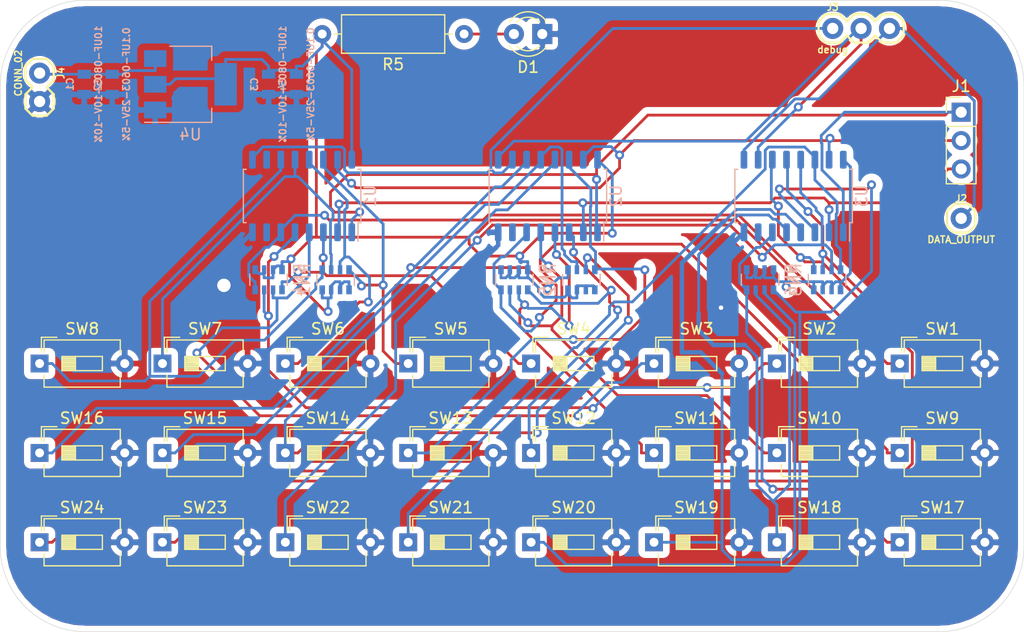
<source format=kicad_pcb>
(kicad_pcb (version 20171130) (host pcbnew "(5.1.6)-1")
  (layers (0 F.Cu signal hide) (31 B.Cu signal hide) (34 B.Paste user) (35 F.Paste user) (36 B.SilkS user) (37 F.SilkS user) (38 B.Mask user) (39 F.Mask user) (44 Edge.Cuts user))
  (net 0 "")
  (net 1 GNDPWR)
  (net 2 "Net-(D1-Pad2)")
  (net 3 VDD)
  (net 4 +3V3)
  (net 5 "Net-(J1-Pad3)")
  (net 6 "Net-(J1-Pad2)")
  (net 7 "Net-(J1-Pad1)")
  (net 8 "Net-(RN1-Pad4)")
  (net 9 "Net-(RN1-Pad2)")
  (net 10 "Net-(RN1-Pad3)")
  (net 11 "Net-(RN1-Pad1)")
  (net 12 "Net-(RN2-Pad4)")
  (net 13 "Net-(RN2-Pad2)")
  (net 14 "Net-(RN2-Pad3)")
  (net 15 "Net-(RN2-Pad1)")
  (net 16 "Net-(RN3-Pad4)")
  (net 17 "Net-(RN3-Pad2)")
  (net 18 "Net-(RN3-Pad3)")
  (net 19 "Net-(RN3-Pad1)")
  (net 20 "Net-(RN4-Pad4)")
  (net 21 "Net-(RN4-Pad2)")
  (net 22 "Net-(RN4-Pad3)")
  (net 23 "Net-(RN4-Pad1)")
  (net 24 "Net-(RN5-Pad4)")
  (net 25 "Net-(RN5-Pad2)")
  (net 26 "Net-(RN5-Pad3)")
  (net 27 "Net-(RN5-Pad1)")
  (net 28 "Net-(RN6-Pad4)")
  (net 29 "Net-(RN6-Pad2)")
  (net 30 "Net-(RN6-Pad3)")
  (net 31 "Net-(RN6-Pad1)")
  (net 32 "Net-(U1-Pad10)")
  (net 33 "Net-(U1-Pad7)")
  (net 34 "Net-(U2-Pad7)")
  (net 35 "Net-(U3-Pad7)")
  (net 36 /out_3)
  (net 37 /out_2)
  (net 38 /out_1)
  (module Connectors:1X02 (layer F.Cu) (at 97.5 37 270)
    (fp_text reference J4 (at 0 -1.905 90) (layer F.SilkS) (effects (font (size 0.6096 0.6096) (thickness 0.127))))
    (fp_text value CONN_02 (at 0 1.905 90) (layer F.SilkS) (effects (font (size 0.6096 0.6096) (thickness 0.127))))
    (pad 2 thru_hole circle (at 2.54 0 270) (size 1.8796 1.8796) (drill 1.016) (layers *.Cu *.Mask) (net 1 GNDPWR))
    (pad 1 thru_hole circle (at 0 0 270) (size 1.8796 1.8796) (drill 1.016) (layers *.Cu *.Mask) (net 3 VDD))
  )
  (module Connectors:1X03 (layer F.Cu) (at 168.5 33)
    (fp_text reference J3 (at 0 -1.905) (layer F.SilkS) (effects (font (size 0.6096 0.6096) (thickness 0.127))))
    (fp_text value debug (at 0 1.905) (layer F.SilkS) (effects (font (size 0.6096 0.6096) (thickness 0.127))))
    (pad 3 thru_hole circle (at 5.08 0) (size 1.8796 1.8796) (drill 1.016) (layers *.Cu *.Mask) (net 36 /out_3))
    (pad 2 thru_hole circle (at 2.54 0) (size 1.8796 1.8796) (drill 1.016) (layers *.Cu *.Mask) (net 37 /out_2))
    (pad 1 thru_hole circle (at 0 0) (size 1.8796 1.8796) (drill 1.016) (layers *.Cu *.Mask) (net 38 /out_1))
  )
  (module Resistor_THT:R_Axial_DIN0309_L9.0mm_D3.2mm_P12.70mm_Horizontal (layer F.Cu) (at 135.5 33.5 180)
    (fp_text reference R5 (at 6.35 -2.72) (layer F.SilkS))
    (fp_text value 10k)
    (pad 2 thru_hole oval (at 12.7 0 180) (size 1.6 1.6) (drill 0.8) (layers *.Cu *.Mask) (net 4 +3V3))
    (pad 1 thru_hole circle (at 0 0 180) (size 1.6 1.6) (drill 0.8) (layers *.Cu *.Mask) (net 2 "Net-(D1-Pad2)"))
  )
  (module Connectors:1X01 (layer F.Cu) (at 180 50)
    (fp_text reference J2 (at 0 -1.778) (layer F.SilkS) (effects (font (size 0.6096 0.6096) (thickness 0.127))))
    (fp_text value DATA_OUTPUT (at 0 1.905) (layer F.SilkS) (effects (font (size 0.6096 0.6096) (thickness 0.127))))
    (pad 1 thru_hole circle (at 0 0) (size 1.8796 1.8796) (drill 1.016) (layers *.Cu *.Mask) (net 36 /out_3))
  )
  (module LED_THT:LED_D3.0mm (layer F.Cu) (at 142.5 33.5 180)
    (fp_text reference D1 (at 1.27 -2.96) (layer F.SilkS))
    (fp_text value LED)
    (pad 2 thru_hole circle (at 2.54 0 180) (size 1.8 1.8) (drill 0.9) (layers *.Cu *.Mask) (net 2 "Net-(D1-Pad2)"))
    (pad 1 thru_hole rect (at 0 0 180) (size 1.8 1.8) (drill 0.9) (layers *.Cu *.Mask) (net 1 GNDPWR))
  )
  (module Package_TO_SOT_SMD:SOT-223-3_TabPin2 (layer B.Cu) (at 111 38)
    (fp_text reference U4 (at 0 4.5) (layer B.SilkS) (effects (justify mirror)))
    (fp_text value AMS1117-3.3)
    (pad 1 smd rect (at -3.15 2.3) (size 2 1.5) (layers B.Cu B.Paste B.Mask) (net 1 GNDPWR))
    (pad 3 smd rect (at -3.15 -2.3) (size 2 1.5) (layers B.Cu B.Paste B.Mask) (net 3 VDD))
    (pad 2 smd rect (at -3.15 0) (size 2 1.5) (layers B.Cu B.Paste B.Mask) (net 4 +3V3))
    (pad 2 smd rect (at 3.15 0) (size 2 3.8) (layers B.Cu B.Paste B.Mask) (net 4 +3V3))
  )
  (module Package_SO:SOP-16_4.55x10.3mm_P1.27mm (layer B.Cu) (at 165 48 90)
    (fp_text reference U3 (at 0 6.1 -90) (layer B.SilkS) (effects (justify mirror)))
    (fp_text value 74HC165D)
    (pad 16 smd roundrect (at 3.25 4.445 90) (size 1.6 0.6) (layers B.Cu B.Paste B.Mask) (net 4 +3V3))
    (pad 15 smd roundrect (at 3.25 3.175 90) (size 1.6 0.6) (layers B.Cu B.Paste B.Mask) (net 6 "Net-(J1-Pad2)"))
    (pad 14 smd roundrect (at 3.25 1.905 90) (size 1.6 0.6) (layers B.Cu B.Paste B.Mask) (net 16 "Net-(RN3-Pad4)"))
    (pad 13 smd roundrect (at 3.25 0.635 90) (size 1.6 0.6) (layers B.Cu B.Paste B.Mask) (net 18 "Net-(RN3-Pad3)"))
    (pad 12 smd roundrect (at 3.25 -0.635 90) (size 1.6 0.6) (layers B.Cu B.Paste B.Mask) (net 17 "Net-(RN3-Pad2)"))
    (pad 11 smd roundrect (at 3.25 -1.905 90) (size 1.6 0.6) (layers B.Cu B.Paste B.Mask) (net 19 "Net-(RN3-Pad1)"))
    (pad 10 smd roundrect (at 3.25 -3.175 90) (size 1.6 0.6) (layers B.Cu B.Paste B.Mask) (net 37 /out_2))
    (pad 9 smd roundrect (at 3.25 -4.445 90) (size 1.6 0.6) (layers B.Cu B.Paste B.Mask) (net 36 /out_3))
    (pad 8 smd roundrect (at -3.25 -4.445 90) (size 1.6 0.6) (layers B.Cu B.Paste B.Mask) (net 1 GNDPWR))
    (pad 7 smd roundrect (at -3.25 -3.175 90) (size 1.6 0.6) (layers B.Cu B.Paste B.Mask) (net 35 "Net-(U3-Pad7)"))
    (pad 6 smd roundrect (at -3.25 -1.905 90) (size 1.6 0.6) (layers B.Cu B.Paste B.Mask) (net 28 "Net-(RN6-Pad4)"))
    (pad 5 smd roundrect (at -3.25 -0.635 90) (size 1.6 0.6) (layers B.Cu B.Paste B.Mask) (net 30 "Net-(RN6-Pad3)"))
    (pad 4 smd roundrect (at -3.25 0.635 90) (size 1.6 0.6) (layers B.Cu B.Paste B.Mask) (net 29 "Net-(RN6-Pad2)"))
    (pad 3 smd roundrect (at -3.25 1.905 90) (size 1.6 0.6) (layers B.Cu B.Paste B.Mask) (net 31 "Net-(RN6-Pad1)"))
    (pad 2 smd roundrect (at -3.25 3.175 90) (size 1.6 0.6) (layers B.Cu B.Paste B.Mask) (net 5 "Net-(J1-Pad3)"))
    (pad 1 smd roundrect (at -3.25 4.445 90) (size 1.6 0.6) (layers B.Cu B.Paste B.Mask) (net 7 "Net-(J1-Pad1)"))
  )
  (module Package_SO:SOP-16_4.55x10.3mm_P1.27mm (layer B.Cu) (at 143 48 90)
    (fp_text reference U2 (at 0 6.1 -90) (layer B.SilkS) (effects (justify mirror)))
    (fp_text value 74HC165D)
    (pad 16 smd roundrect (at 3.25 4.445 90) (size 1.6 0.6) (layers B.Cu B.Paste B.Mask) (net 4 +3V3))
    (pad 15 smd roundrect (at 3.25 3.175 90) (size 1.6 0.6) (layers B.Cu B.Paste B.Mask) (net 6 "Net-(J1-Pad2)"))
    (pad 14 smd roundrect (at 3.25 1.905 90) (size 1.6 0.6) (layers B.Cu B.Paste B.Mask) (net 12 "Net-(RN2-Pad4)"))
    (pad 13 smd roundrect (at 3.25 0.635 90) (size 1.6 0.6) (layers B.Cu B.Paste B.Mask) (net 14 "Net-(RN2-Pad3)"))
    (pad 12 smd roundrect (at 3.25 -0.635 90) (size 1.6 0.6) (layers B.Cu B.Paste B.Mask) (net 13 "Net-(RN2-Pad2)"))
    (pad 11 smd roundrect (at 3.25 -1.905 90) (size 1.6 0.6) (layers B.Cu B.Paste B.Mask) (net 15 "Net-(RN2-Pad1)"))
    (pad 10 smd roundrect (at 3.25 -3.175 90) (size 1.6 0.6) (layers B.Cu B.Paste B.Mask) (net 38 /out_1))
    (pad 9 smd roundrect (at 3.25 -4.445 90) (size 1.6 0.6) (layers B.Cu B.Paste B.Mask) (net 37 /out_2))
    (pad 8 smd roundrect (at -3.25 -4.445 90) (size 1.6 0.6) (layers B.Cu B.Paste B.Mask) (net 1 GNDPWR))
    (pad 7 smd roundrect (at -3.25 -3.175 90) (size 1.6 0.6) (layers B.Cu B.Paste B.Mask) (net 34 "Net-(U2-Pad7)"))
    (pad 6 smd roundrect (at -3.25 -1.905 90) (size 1.6 0.6) (layers B.Cu B.Paste B.Mask) (net 24 "Net-(RN5-Pad4)"))
    (pad 5 smd roundrect (at -3.25 -0.635 90) (size 1.6 0.6) (layers B.Cu B.Paste B.Mask) (net 26 "Net-(RN5-Pad3)"))
    (pad 4 smd roundrect (at -3.25 0.635 90) (size 1.6 0.6) (layers B.Cu B.Paste B.Mask) (net 25 "Net-(RN5-Pad2)"))
    (pad 3 smd roundrect (at -3.25 1.905 90) (size 1.6 0.6) (layers B.Cu B.Paste B.Mask) (net 27 "Net-(RN5-Pad1)"))
    (pad 2 smd roundrect (at -3.25 3.175 90) (size 1.6 0.6) (layers B.Cu B.Paste B.Mask) (net 5 "Net-(J1-Pad3)"))
    (pad 1 smd roundrect (at -3.25 4.445 90) (size 1.6 0.6) (layers B.Cu B.Paste B.Mask) (net 7 "Net-(J1-Pad1)"))
  )
  (module Package_SO:SOP-16_4.55x10.3mm_P1.27mm (layer B.Cu) (at 121 48 90)
    (fp_text reference U1 (at 0 6.1 -90) (layer B.SilkS) (effects (justify mirror)))
    (fp_text value 74HC165D)
    (pad 16 smd roundrect (at 3.25 4.445 90) (size 1.6 0.6) (layers B.Cu B.Paste B.Mask) (net 4 +3V3))
    (pad 15 smd roundrect (at 3.25 3.175 90) (size 1.6 0.6) (layers B.Cu B.Paste B.Mask) (net 6 "Net-(J1-Pad2)"))
    (pad 14 smd roundrect (at 3.25 1.905 90) (size 1.6 0.6) (layers B.Cu B.Paste B.Mask) (net 8 "Net-(RN1-Pad4)"))
    (pad 13 smd roundrect (at 3.25 0.635 90) (size 1.6 0.6) (layers B.Cu B.Paste B.Mask) (net 10 "Net-(RN1-Pad3)"))
    (pad 12 smd roundrect (at 3.25 -0.635 90) (size 1.6 0.6) (layers B.Cu B.Paste B.Mask) (net 9 "Net-(RN1-Pad2)"))
    (pad 11 smd roundrect (at 3.25 -1.905 90) (size 1.6 0.6) (layers B.Cu B.Paste B.Mask) (net 11 "Net-(RN1-Pad1)"))
    (pad 10 smd roundrect (at 3.25 -3.175 90) (size 1.6 0.6) (layers B.Cu B.Paste B.Mask) (net 32 "Net-(U1-Pad10)"))
    (pad 9 smd roundrect (at 3.25 -4.445 90) (size 1.6 0.6) (layers B.Cu B.Paste B.Mask) (net 38 /out_1))
    (pad 8 smd roundrect (at -3.25 -4.445 90) (size 1.6 0.6) (layers B.Cu B.Paste B.Mask) (net 1 GNDPWR))
    (pad 7 smd roundrect (at -3.25 -3.175 90) (size 1.6 0.6) (layers B.Cu B.Paste B.Mask) (net 33 "Net-(U1-Pad7)"))
    (pad 6 smd roundrect (at -3.25 -1.905 90) (size 1.6 0.6) (layers B.Cu B.Paste B.Mask) (net 20 "Net-(RN4-Pad4)"))
    (pad 5 smd roundrect (at -3.25 -0.635 90) (size 1.6 0.6) (layers B.Cu B.Paste B.Mask) (net 22 "Net-(RN4-Pad3)"))
    (pad 4 smd roundrect (at -3.25 0.635 90) (size 1.6 0.6) (layers B.Cu B.Paste B.Mask) (net 21 "Net-(RN4-Pad2)"))
    (pad 3 smd roundrect (at -3.25 1.905 90) (size 1.6 0.6) (layers B.Cu B.Paste B.Mask) (net 23 "Net-(RN4-Pad1)"))
    (pad 2 smd roundrect (at -3.25 3.175 90) (size 1.6 0.6) (layers B.Cu B.Paste B.Mask) (net 5 "Net-(J1-Pad3)"))
    (pad 1 smd roundrect (at -3.25 4.445 90) (size 1.6 0.6) (layers B.Cu B.Paste B.Mask) (net 7 "Net-(J1-Pad1)"))
  )
  (module Button_Switch_THT:SW_DIP_SPSTx01_Slide_6.7x4.1mm_W7.62mm_P2.54mm_LowProfile (layer F.Cu) (at 97.5 79)
    (fp_text reference SW24 (at 3.81 -3.11) (layer F.SilkS))
    (fp_text value SW_SPST)
    (pad 2 thru_hole oval (at 7.62 0) (size 1.6 1.6) (drill 0.8) (layers *.Cu *.Mask) (net 1 GNDPWR))
    (pad 1 thru_hole rect (at 0 0) (size 1.6 1.6) (drill 0.8) (layers *.Cu *.Mask) (net 19 "Net-(RN3-Pad1)"))
  )
  (module Button_Switch_THT:SW_DIP_SPSTx01_Slide_6.7x4.1mm_W7.62mm_P2.54mm_LowProfile (layer F.Cu) (at 108.5 79)
    (fp_text reference SW23 (at 3.81 -3.11) (layer F.SilkS))
    (fp_text value SW_SPST)
    (pad 2 thru_hole oval (at 7.62 0) (size 1.6 1.6) (drill 0.8) (layers *.Cu *.Mask) (net 1 GNDPWR))
    (pad 1 thru_hole rect (at 0 0) (size 1.6 1.6) (drill 0.8) (layers *.Cu *.Mask) (net 17 "Net-(RN3-Pad2)"))
  )
  (module Button_Switch_THT:SW_DIP_SPSTx01_Slide_6.7x4.1mm_W7.62mm_P2.54mm_LowProfile (layer F.Cu) (at 119.5 79)
    (fp_text reference SW22 (at 3.81 -3.11) (layer F.SilkS))
    (fp_text value SW_SPST)
    (pad 2 thru_hole oval (at 7.62 0) (size 1.6 1.6) (drill 0.8) (layers *.Cu *.Mask) (net 1 GNDPWR))
    (pad 1 thru_hole rect (at 0 0) (size 1.6 1.6) (drill 0.8) (layers *.Cu *.Mask) (net 18 "Net-(RN3-Pad3)"))
  )
  (module Button_Switch_THT:SW_DIP_SPSTx01_Slide_6.7x4.1mm_W7.62mm_P2.54mm_LowProfile (layer F.Cu) (at 130.5 79)
    (fp_text reference SW21 (at 3.81 -3.11) (layer F.SilkS))
    (fp_text value SW_SPST)
    (pad 2 thru_hole oval (at 7.62 0) (size 1.6 1.6) (drill 0.8) (layers *.Cu *.Mask) (net 1 GNDPWR))
    (pad 1 thru_hole rect (at 0 0) (size 1.6 1.6) (drill 0.8) (layers *.Cu *.Mask) (net 16 "Net-(RN3-Pad4)"))
  )
  (module Button_Switch_THT:SW_DIP_SPSTx01_Slide_6.7x4.1mm_W7.62mm_P2.54mm_LowProfile (layer F.Cu) (at 141.5 79)
    (fp_text reference SW20 (at 3.81 -3.11) (layer F.SilkS))
    (fp_text value SW_SPST)
    (pad 2 thru_hole oval (at 7.62 0) (size 1.6 1.6) (drill 0.8) (layers *.Cu *.Mask) (net 1 GNDPWR))
    (pad 1 thru_hole rect (at 0 0) (size 1.6 1.6) (drill 0.8) (layers *.Cu *.Mask) (net 31 "Net-(RN6-Pad1)"))
  )
  (module Button_Switch_THT:SW_DIP_SPSTx01_Slide_6.7x4.1mm_W7.62mm_P2.54mm_LowProfile (layer F.Cu) (at 152.5 79)
    (fp_text reference SW19 (at 3.81 -3.11) (layer F.SilkS))
    (fp_text value SW_SPST)
    (pad 2 thru_hole oval (at 7.62 0) (size 1.6 1.6) (drill 0.8) (layers *.Cu *.Mask) (net 1 GNDPWR))
    (pad 1 thru_hole rect (at 0 0) (size 1.6 1.6) (drill 0.8) (layers *.Cu *.Mask) (net 29 "Net-(RN6-Pad2)"))
  )
  (module Button_Switch_THT:SW_DIP_SPSTx01_Slide_6.7x4.1mm_W7.62mm_P2.54mm_LowProfile (layer F.Cu) (at 163.5 79)
    (fp_text reference SW18 (at 3.81 -3.11) (layer F.SilkS))
    (fp_text value SW_SPST)
    (pad 2 thru_hole oval (at 7.62 0) (size 1.6 1.6) (drill 0.8) (layers *.Cu *.Mask) (net 1 GNDPWR))
    (pad 1 thru_hole rect (at 0 0) (size 1.6 1.6) (drill 0.8) (layers *.Cu *.Mask) (net 30 "Net-(RN6-Pad3)"))
  )
  (module Button_Switch_THT:SW_DIP_SPSTx01_Slide_6.7x4.1mm_W7.62mm_P2.54mm_LowProfile (layer F.Cu) (at 174.5 79)
    (fp_text reference SW17 (at 3.81 -3.11) (layer F.SilkS))
    (fp_text value SW_SPST)
    (pad 2 thru_hole oval (at 7.62 0) (size 1.6 1.6) (drill 0.8) (layers *.Cu *.Mask) (net 1 GNDPWR))
    (pad 1 thru_hole rect (at 0 0) (size 1.6 1.6) (drill 0.8) (layers *.Cu *.Mask) (net 28 "Net-(RN6-Pad4)"))
  )
  (module Button_Switch_THT:SW_DIP_SPSTx01_Slide_6.7x4.1mm_W7.62mm_P2.54mm_LowProfile (layer F.Cu) (at 97.5 71)
    (fp_text reference SW16 (at 3.81 -3.11) (layer F.SilkS))
    (fp_text value SW_SPST)
    (pad 2 thru_hole oval (at 7.62 0) (size 1.6 1.6) (drill 0.8) (layers *.Cu *.Mask) (net 1 GNDPWR))
    (pad 1 thru_hole rect (at 0 0) (size 1.6 1.6) (drill 0.8) (layers *.Cu *.Mask) (net 15 "Net-(RN2-Pad1)"))
  )
  (module Button_Switch_THT:SW_DIP_SPSTx01_Slide_6.7x4.1mm_W7.62mm_P2.54mm_LowProfile (layer F.Cu) (at 108.5 71)
    (fp_text reference SW15 (at 3.81 -3.11) (layer F.SilkS))
    (fp_text value SW_SPST)
    (pad 2 thru_hole oval (at 7.62 0) (size 1.6 1.6) (drill 0.8) (layers *.Cu *.Mask) (net 1 GNDPWR))
    (pad 1 thru_hole rect (at 0 0) (size 1.6 1.6) (drill 0.8) (layers *.Cu *.Mask) (net 13 "Net-(RN2-Pad2)"))
  )
  (module Button_Switch_THT:SW_DIP_SPSTx01_Slide_6.7x4.1mm_W7.62mm_P2.54mm_LowProfile (layer F.Cu) (at 119.5 71)
    (fp_text reference SW14 (at 3.81 -3.11) (layer F.SilkS))
    (fp_text value SW_SPST)
    (pad 2 thru_hole oval (at 7.62 0) (size 1.6 1.6) (drill 0.8) (layers *.Cu *.Mask) (net 1 GNDPWR))
    (pad 1 thru_hole rect (at 0 0) (size 1.6 1.6) (drill 0.8) (layers *.Cu *.Mask) (net 14 "Net-(RN2-Pad3)"))
  )
  (module Button_Switch_THT:SW_DIP_SPSTx01_Slide_6.7x4.1mm_W7.62mm_P2.54mm_LowProfile (layer F.Cu) (at 130.5 71)
    (fp_text reference SW13 (at 3.81 -3.11) (layer F.SilkS))
    (fp_text value SW_SPST)
    (pad 2 thru_hole oval (at 7.62 0) (size 1.6 1.6) (drill 0.8) (layers *.Cu *.Mask) (net 1 GNDPWR))
    (pad 1 thru_hole rect (at 0 0) (size 1.6 1.6) (drill 0.8) (layers *.Cu *.Mask) (net 12 "Net-(RN2-Pad4)"))
  )
  (module Button_Switch_THT:SW_DIP_SPSTx01_Slide_6.7x4.1mm_W7.62mm_P2.54mm_LowProfile (layer F.Cu) (at 141.5 71)
    (fp_text reference SW12 (at 3.81 -3.11) (layer F.SilkS))
    (fp_text value SW_SPST)
    (pad 2 thru_hole oval (at 7.62 0) (size 1.6 1.6) (drill 0.8) (layers *.Cu *.Mask) (net 1 GNDPWR))
    (pad 1 thru_hole rect (at 0 0) (size 1.6 1.6) (drill 0.8) (layers *.Cu *.Mask) (net 27 "Net-(RN5-Pad1)"))
  )
  (module Button_Switch_THT:SW_DIP_SPSTx01_Slide_6.7x4.1mm_W7.62mm_P2.54mm_LowProfile (layer F.Cu) (at 152.5 71)
    (fp_text reference SW11 (at 3.81 -3.11) (layer F.SilkS))
    (fp_text value SW_SPST)
    (pad 2 thru_hole oval (at 7.62 0) (size 1.6 1.6) (drill 0.8) (layers *.Cu *.Mask) (net 1 GNDPWR))
    (pad 1 thru_hole rect (at 0 0) (size 1.6 1.6) (drill 0.8) (layers *.Cu *.Mask) (net 25 "Net-(RN5-Pad2)"))
  )
  (module Button_Switch_THT:SW_DIP_SPSTx01_Slide_6.7x4.1mm_W7.62mm_P2.54mm_LowProfile (layer F.Cu) (at 163.5 71)
    (fp_text reference SW10 (at 3.81 -3.11) (layer F.SilkS))
    (fp_text value SW_SPST)
    (pad 2 thru_hole oval (at 7.62 0) (size 1.6 1.6) (drill 0.8) (layers *.Cu *.Mask) (net 1 GNDPWR))
    (pad 1 thru_hole rect (at 0 0) (size 1.6 1.6) (drill 0.8) (layers *.Cu *.Mask) (net 26 "Net-(RN5-Pad3)"))
  )
  (module Button_Switch_THT:SW_DIP_SPSTx01_Slide_6.7x4.1mm_W7.62mm_P2.54mm_LowProfile (layer F.Cu) (at 174.5 71)
    (fp_text reference SW9 (at 3.81 -3.11) (layer F.SilkS))
    (fp_text value SW_SPST)
    (pad 2 thru_hole oval (at 7.62 0) (size 1.6 1.6) (drill 0.8) (layers *.Cu *.Mask) (net 1 GNDPWR))
    (pad 1 thru_hole rect (at 0 0) (size 1.6 1.6) (drill 0.8) (layers *.Cu *.Mask) (net 24 "Net-(RN5-Pad4)"))
  )
  (module Button_Switch_THT:SW_DIP_SPSTx01_Slide_6.7x4.1mm_W7.62mm_P2.54mm_LowProfile (layer F.Cu) (at 97.5 63)
    (fp_text reference SW8 (at 3.81 -3.11) (layer F.SilkS))
    (fp_text value SW_SPST)
    (pad 2 thru_hole oval (at 7.62 0) (size 1.6 1.6) (drill 0.8) (layers *.Cu *.Mask) (net 1 GNDPWR))
    (pad 1 thru_hole rect (at 0 0) (size 1.6 1.6) (drill 0.8) (layers *.Cu *.Mask) (net 11 "Net-(RN1-Pad1)"))
  )
  (module Button_Switch_THT:SW_DIP_SPSTx01_Slide_6.7x4.1mm_W7.62mm_P2.54mm_LowProfile (layer F.Cu) (at 108.5 63)
    (fp_text reference SW7 (at 3.81 -3.11) (layer F.SilkS))
    (fp_text value SW_SPST)
    (pad 2 thru_hole oval (at 7.62 0) (size 1.6 1.6) (drill 0.8) (layers *.Cu *.Mask) (net 1 GNDPWR))
    (pad 1 thru_hole rect (at 0 0) (size 1.6 1.6) (drill 0.8) (layers *.Cu *.Mask) (net 9 "Net-(RN1-Pad2)"))
  )
  (module Button_Switch_THT:SW_DIP_SPSTx01_Slide_6.7x4.1mm_W7.62mm_P2.54mm_LowProfile (layer F.Cu) (at 119.5 63)
    (fp_text reference SW6 (at 3.81 -3.11) (layer F.SilkS))
    (fp_text value SW_SPST)
    (pad 2 thru_hole oval (at 7.62 0) (size 1.6 1.6) (drill 0.8) (layers *.Cu *.Mask) (net 1 GNDPWR))
    (pad 1 thru_hole rect (at 0 0) (size 1.6 1.6) (drill 0.8) (layers *.Cu *.Mask) (net 10 "Net-(RN1-Pad3)"))
  )
  (module Button_Switch_THT:SW_DIP_SPSTx01_Slide_6.7x4.1mm_W7.62mm_P2.54mm_LowProfile (layer F.Cu) (at 130.5 63)
    (fp_text reference SW5 (at 3.81 -3.11) (layer F.SilkS))
    (fp_text value SW_SPST)
    (pad 2 thru_hole oval (at 7.62 0) (size 1.6 1.6) (drill 0.8) (layers *.Cu *.Mask) (net 1 GNDPWR))
    (pad 1 thru_hole rect (at 0 0) (size 1.6 1.6) (drill 0.8) (layers *.Cu *.Mask) (net 8 "Net-(RN1-Pad4)"))
  )
  (module Button_Switch_THT:SW_DIP_SPSTx01_Slide_6.7x4.1mm_W7.62mm_P2.54mm_LowProfile (layer F.Cu) (at 141.5 63)
    (fp_text reference SW4 (at 3.81 -3.11) (layer F.SilkS))
    (fp_text value SW_SPST)
    (pad 2 thru_hole oval (at 7.62 0) (size 1.6 1.6) (drill 0.8) (layers *.Cu *.Mask) (net 1 GNDPWR))
    (pad 1 thru_hole rect (at 0 0) (size 1.6 1.6) (drill 0.8) (layers *.Cu *.Mask) (net 23 "Net-(RN4-Pad1)"))
  )
  (module Button_Switch_THT:SW_DIP_SPSTx01_Slide_6.7x4.1mm_W7.62mm_P2.54mm_LowProfile (layer F.Cu) (at 152.5 63)
    (fp_text reference SW3 (at 3.81 -3.11) (layer F.SilkS))
    (fp_text value SW_SPST)
    (pad 2 thru_hole oval (at 7.62 0) (size 1.6 1.6) (drill 0.8) (layers *.Cu *.Mask) (net 1 GNDPWR))
    (pad 1 thru_hole rect (at 0 0) (size 1.6 1.6) (drill 0.8) (layers *.Cu *.Mask) (net 21 "Net-(RN4-Pad2)"))
  )
  (module Button_Switch_THT:SW_DIP_SPSTx01_Slide_6.7x4.1mm_W7.62mm_P2.54mm_LowProfile (layer F.Cu) (at 163.5 63)
    (fp_text reference SW2 (at 3.81 -3.11) (layer F.SilkS))
    (fp_text value SW_SPST)
    (pad 2 thru_hole oval (at 7.62 0) (size 1.6 1.6) (drill 0.8) (layers *.Cu *.Mask) (net 1 GNDPWR))
    (pad 1 thru_hole rect (at 0 0) (size 1.6 1.6) (drill 0.8) (layers *.Cu *.Mask) (net 22 "Net-(RN4-Pad3)"))
  )
  (module Button_Switch_THT:SW_DIP_SPSTx01_Slide_6.7x4.1mm_W7.62mm_P2.54mm_LowProfile (layer F.Cu) (at 174.5 63)
    (fp_text reference SW1 (at 3.81 -3.11) (layer F.SilkS))
    (fp_text value SW_SPST)
    (pad 2 thru_hole oval (at 7.62 0) (size 1.6 1.6) (drill 0.8) (layers *.Cu *.Mask) (net 1 GNDPWR))
    (pad 1 thru_hole rect (at 0 0) (size 1.6 1.6) (drill 0.8) (layers *.Cu *.Mask) (net 20 "Net-(RN4-Pad4)"))
  )
  (module Resistor_SMD:R_Array_Convex_4x0603 (layer B.Cu) (at 162 55.5 90)
    (fp_text reference RN6 (at 0 2.8 90) (layer B.SilkS) (effects (justify mirror)))
    (fp_text value R_Pack04)
    (pad 5 smd rect (at 0.9 -1.2 90) (size 0.8 0.5) (layers B.Cu B.Paste B.Mask) (net 4 +3V3))
    (pad 6 smd rect (at 0.9 -0.4 90) (size 0.8 0.4) (layers B.Cu B.Paste B.Mask) (net 4 +3V3))
    (pad 8 smd rect (at 0.9 1.2 90) (size 0.8 0.5) (layers B.Cu B.Paste B.Mask) (net 4 +3V3))
    (pad 7 smd rect (at 0.9 0.4 90) (size 0.8 0.4) (layers B.Cu B.Paste B.Mask) (net 4 +3V3))
    (pad 4 smd rect (at -0.9 -1.2 90) (size 0.8 0.5) (layers B.Cu B.Paste B.Mask) (net 28 "Net-(RN6-Pad4)"))
    (pad 2 smd rect (at -0.9 0.4 90) (size 0.8 0.4) (layers B.Cu B.Paste B.Mask) (net 29 "Net-(RN6-Pad2)"))
    (pad 3 smd rect (at -0.9 -0.4 90) (size 0.8 0.4) (layers B.Cu B.Paste B.Mask) (net 30 "Net-(RN6-Pad3)"))
    (pad 1 smd rect (at -0.9 1.2 90) (size 0.8 0.5) (layers B.Cu B.Paste B.Mask) (net 31 "Net-(RN6-Pad1)"))
  )
  (module Resistor_SMD:R_Array_Convex_4x0603 (layer B.Cu) (at 140 55.5 90)
    (fp_text reference RN5 (at 0 2.8 270) (layer B.SilkS) (effects (justify mirror)))
    (fp_text value R_Pack04)
    (pad 5 smd rect (at 0.9 -1.2 90) (size 0.8 0.5) (layers B.Cu B.Paste B.Mask) (net 4 +3V3))
    (pad 6 smd rect (at 0.9 -0.4 90) (size 0.8 0.4) (layers B.Cu B.Paste B.Mask) (net 4 +3V3))
    (pad 8 smd rect (at 0.9 1.2 90) (size 0.8 0.5) (layers B.Cu B.Paste B.Mask) (net 4 +3V3))
    (pad 7 smd rect (at 0.9 0.4 90) (size 0.8 0.4) (layers B.Cu B.Paste B.Mask) (net 4 +3V3))
    (pad 4 smd rect (at -0.9 -1.2 90) (size 0.8 0.5) (layers B.Cu B.Paste B.Mask) (net 24 "Net-(RN5-Pad4)"))
    (pad 2 smd rect (at -0.9 0.4 90) (size 0.8 0.4) (layers B.Cu B.Paste B.Mask) (net 25 "Net-(RN5-Pad2)"))
    (pad 3 smd rect (at -0.9 -0.4 90) (size 0.8 0.4) (layers B.Cu B.Paste B.Mask) (net 26 "Net-(RN5-Pad3)"))
    (pad 1 smd rect (at -0.9 1.2 90) (size 0.8 0.5) (layers B.Cu B.Paste B.Mask) (net 27 "Net-(RN5-Pad1)"))
  )
  (module Resistor_SMD:R_Array_Convex_4x0603 (layer B.Cu) (at 118 55.5 90)
    (fp_text reference RN4 (at 0 2.8 90) (layer B.SilkS) (effects (justify mirror)))
    (fp_text value R_Pack04)
    (pad 5 smd rect (at 0.9 -1.2 90) (size 0.8 0.5) (layers B.Cu B.Paste B.Mask) (net 4 +3V3))
    (pad 6 smd rect (at 0.9 -0.4 90) (size 0.8 0.4) (layers B.Cu B.Paste B.Mask) (net 4 +3V3))
    (pad 8 smd rect (at 0.9 1.2 90) (size 0.8 0.5) (layers B.Cu B.Paste B.Mask) (net 4 +3V3))
    (pad 7 smd rect (at 0.9 0.4 90) (size 0.8 0.4) (layers B.Cu B.Paste B.Mask) (net 4 +3V3))
    (pad 4 smd rect (at -0.9 -1.2 90) (size 0.8 0.5) (layers B.Cu B.Paste B.Mask) (net 20 "Net-(RN4-Pad4)"))
    (pad 2 smd rect (at -0.9 0.4 90) (size 0.8 0.4) (layers B.Cu B.Paste B.Mask) (net 21 "Net-(RN4-Pad2)"))
    (pad 3 smd rect (at -0.9 -0.4 90) (size 0.8 0.4) (layers B.Cu B.Paste B.Mask) (net 22 "Net-(RN4-Pad3)"))
    (pad 1 smd rect (at -0.9 1.2 90) (size 0.8 0.5) (layers B.Cu B.Paste B.Mask) (net 23 "Net-(RN4-Pad1)"))
  )
  (module Resistor_SMD:R_Array_Convex_4x0603 (layer B.Cu) (at 168 55.5 270)
    (fp_text reference RN3 (at 0 2.8 270) (layer B.SilkS) (effects (justify mirror)))
    (fp_text value R_Pack04)
    (pad 5 smd rect (at 0.9 -1.2 270) (size 0.8 0.5) (layers B.Cu B.Paste B.Mask) (net 4 +3V3))
    (pad 6 smd rect (at 0.9 -0.4 270) (size 0.8 0.4) (layers B.Cu B.Paste B.Mask) (net 4 +3V3))
    (pad 8 smd rect (at 0.9 1.2 270) (size 0.8 0.5) (layers B.Cu B.Paste B.Mask) (net 4 +3V3))
    (pad 7 smd rect (at 0.9 0.4 270) (size 0.8 0.4) (layers B.Cu B.Paste B.Mask) (net 4 +3V3))
    (pad 4 smd rect (at -0.9 -1.2 270) (size 0.8 0.5) (layers B.Cu B.Paste B.Mask) (net 16 "Net-(RN3-Pad4)"))
    (pad 2 smd rect (at -0.9 0.4 270) (size 0.8 0.4) (layers B.Cu B.Paste B.Mask) (net 17 "Net-(RN3-Pad2)"))
    (pad 3 smd rect (at -0.9 -0.4 270) (size 0.8 0.4) (layers B.Cu B.Paste B.Mask) (net 18 "Net-(RN3-Pad3)"))
    (pad 1 smd rect (at -0.9 1.2 270) (size 0.8 0.5) (layers B.Cu B.Paste B.Mask) (net 19 "Net-(RN3-Pad1)"))
  )
  (module Resistor_SMD:R_Array_Convex_4x0603 (layer B.Cu) (at 146 55.5 270)
    (fp_text reference RN2 (at 0 2.8 90) (layer B.SilkS) (effects (justify mirror)))
    (fp_text value R_Pack04)
    (pad 5 smd rect (at 0.9 -1.2 270) (size 0.8 0.5) (layers B.Cu B.Paste B.Mask) (net 4 +3V3))
    (pad 6 smd rect (at 0.9 -0.4 270) (size 0.8 0.4) (layers B.Cu B.Paste B.Mask) (net 4 +3V3))
    (pad 8 smd rect (at 0.9 1.2 270) (size 0.8 0.5) (layers B.Cu B.Paste B.Mask) (net 4 +3V3))
    (pad 7 smd rect (at 0.9 0.4 270) (size 0.8 0.4) (layers B.Cu B.Paste B.Mask) (net 4 +3V3))
    (pad 4 smd rect (at -0.9 -1.2 270) (size 0.8 0.5) (layers B.Cu B.Paste B.Mask) (net 12 "Net-(RN2-Pad4)"))
    (pad 2 smd rect (at -0.9 0.4 270) (size 0.8 0.4) (layers B.Cu B.Paste B.Mask) (net 13 "Net-(RN2-Pad2)"))
    (pad 3 smd rect (at -0.9 -0.4 270) (size 0.8 0.4) (layers B.Cu B.Paste B.Mask) (net 14 "Net-(RN2-Pad3)"))
    (pad 1 smd rect (at -0.9 1.2 270) (size 0.8 0.5) (layers B.Cu B.Paste B.Mask) (net 15 "Net-(RN2-Pad1)"))
  )
  (module Resistor_SMD:R_Array_Convex_4x0603 (layer B.Cu) (at 124 55.5 270)
    (fp_text reference RN1 (at 0 2.8 90) (layer B.SilkS) (effects (justify mirror)))
    (fp_text value R_Pack04)
    (pad 5 smd rect (at 0.9 -1.2 270) (size 0.8 0.5) (layers B.Cu B.Paste B.Mask) (net 4 +3V3))
    (pad 6 smd rect (at 0.9 -0.4 270) (size 0.8 0.4) (layers B.Cu B.Paste B.Mask) (net 4 +3V3))
    (pad 8 smd rect (at 0.9 1.2 270) (size 0.8 0.5) (layers B.Cu B.Paste B.Mask) (net 4 +3V3))
    (pad 7 smd rect (at 0.9 0.4 270) (size 0.8 0.4) (layers B.Cu B.Paste B.Mask) (net 4 +3V3))
    (pad 4 smd rect (at -0.9 -1.2 270) (size 0.8 0.5) (layers B.Cu B.Paste B.Mask) (net 8 "Net-(RN1-Pad4)"))
    (pad 2 smd rect (at -0.9 0.4 270) (size 0.8 0.4) (layers B.Cu B.Paste B.Mask) (net 9 "Net-(RN1-Pad2)"))
    (pad 3 smd rect (at -0.9 -0.4 270) (size 0.8 0.4) (layers B.Cu B.Paste B.Mask) (net 10 "Net-(RN1-Pad3)"))
    (pad 1 smd rect (at -0.9 1.2 270) (size 0.8 0.5) (layers B.Cu B.Paste B.Mask) (net 11 "Net-(RN1-Pad1)"))
  )
  (module Connector_PinHeader_2.54mm:PinHeader_1x03_P2.54mm_Vertical (layer F.Cu) (at 180 40.5)
    (fp_text reference J1 (at 0 -2.33) (layer F.SilkS))
    (fp_text value "PL CE CLK")
    (pad 3 thru_hole oval (at 0 5.08) (size 1.7 1.7) (drill 1) (layers *.Cu *.Mask) (net 5 "Net-(J1-Pad3)"))
    (pad 2 thru_hole oval (at 0 2.54) (size 1.7 1.7) (drill 1) (layers *.Cu *.Mask) (net 6 "Net-(J1-Pad2)"))
    (pad 1 thru_hole rect (at 0 0) (size 1.7 1.7) (drill 1) (layers *.Cu *.Mask) (net 7 "Net-(J1-Pad1)"))
  )
  (module Capacitors:0805 (layer B.Cu) (at 120.5 38 270)
    (fp_text reference C4 (at 0 1.27 90) (layer B.SilkS) (effects (font (size 0.6096 0.6096) (thickness 0.127)) (justify mirror)))
    (fp_text value 0.1UF-0603-25V-5% (at 0 -1.27 90) (layer B.SilkS) (effects (font (size 0.6096 0.6096) (thickness 0.127)) (justify mirror)))
    (pad 2 smd rect (at 0.89916 0 270) (size 0.79756 1.19888) (layers B.Cu B.Paste B.Mask) (net 1 GNDPWR))
    (pad 1 smd rect (at -0.89916 0 270) (size 0.79756 1.19888) (layers B.Cu B.Paste B.Mask) (net 4 +3V3))
  )
  (module Capacitors:0805 (layer B.Cu) (at 118 38 270)
    (fp_text reference C3 (at 0 1.27 90) (layer B.SilkS) (effects (font (size 0.6096 0.6096) (thickness 0.127)) (justify mirror)))
    (fp_text value 10UF-0805-10V-10% (at 0 -1.27 90) (layer B.SilkS) (effects (font (size 0.6096 0.6096) (thickness 0.127)) (justify mirror)))
    (pad 2 smd rect (at 0.89916 0 270) (size 0.79756 1.19888) (layers B.Cu B.Paste B.Mask) (net 1 GNDPWR))
    (pad 1 smd rect (at -0.89916 0 270) (size 0.79756 1.19888) (layers B.Cu B.Paste B.Mask) (net 4 +3V3))
  )
  (module Capacitors:0805 (layer B.Cu) (at 104 38 270)
    (fp_text reference C2 (at 0 1.27 90) (layer B.SilkS) (effects (font (size 0.6096 0.6096) (thickness 0.127)) (justify mirror)))
    (fp_text value 0.1UF-0603-25V-5% (at 0 -1.27 90) (layer B.SilkS) (effects (font (size 0.6096 0.6096) (thickness 0.127)) (justify mirror)))
    (pad 2 smd rect (at 0.89916 0 270) (size 0.79756 1.19888) (layers B.Cu B.Paste B.Mask) (net 1 GNDPWR))
    (pad 1 smd rect (at -0.89916 0 270) (size 0.79756 1.19888) (layers B.Cu B.Paste B.Mask) (net 3 VDD))
  )
  (module Capacitors:0805 (layer B.Cu) (at 101.5 38 270)
    (fp_text reference C1 (at 0 1.27 90) (layer B.SilkS) (effects (font (size 0.6096 0.6096) (thickness 0.127)) (justify mirror)))
    (fp_text value 10UF-0805-10V-10% (at 0 -1.27 90) (layer B.SilkS) (effects (font (size 0.6096 0.6096) (thickness 0.127)) (justify mirror)))
    (pad 2 smd rect (at 0.89916 0 270) (size 0.79756 1.19888) (layers B.Cu B.Paste B.Mask) (net 1 GNDPWR))
    (pad 1 smd rect (at -0.89916 0 270) (size 0.79756 1.19888) (layers B.Cu B.Paste B.Mask) (net 3 VDD))
  )
  (gr_line (start 93.98 38.1) (end 93.98 79.38) (layer Edge.Cuts) (width 0.05))
  (gr_arc (start 101.6 79.38) (end 93.98 79.38) (angle -90) (layer Edge.Cuts) (width 0.05))
  (gr_line (start 185.62 38.1) (end 185.62 79.38) (layer Edge.Cuts) (width 0.05))
  (gr_arc (start 178 79.38) (end 178 87) (angle -90) (layer Edge.Cuts) (width 0.05))
  (gr_line (start 178 87) (end 101.6 87) (layer Edge.Cuts) (width 0.05))
  (gr_line (start 101.6 30.48) (end 178 30.48) (layer Edge.Cuts) (width 0.05))
  (gr_arc (start 178 38.1) (end 185.62 38.1) (angle -90) (layer Edge.Cuts) (width 0.05))
  (gr_arc (start 101.6 38.1) (end 101.6 30.48) (angle -90) (layer Edge.Cuts) (width 0.05))
  (segment (start 116.555 51.25) (end 114 53.805) (width 0.4) (layer B.Cu) (net 1))
  (segment (start 114 53.805) (end 114 56) (width 0.4) (layer B.Cu) (net 1))
  (segment (start 114 56) (end 114 56) (width 0.4) (layer B.Cu) (net 1))
  (via (at 114 56) (size 2.4) (drill 1.2) (layers F.Cu B.Cu) (net 1))
  (segment (start 138.555 52.40104) (end 137 53.95604) (width 0.4) (layer B.Cu) (net 1))
  (segment (start 138.555 51.25) (end 138.555 52.40104) (width 0.4) (layer B.Cu) (net 1))
  (segment (start 160.555 51.25) (end 158.5 53.305) (width 0.4) (layer B.Cu) (net 1))
  (segment (start 158.5 53.305) (end 158.5 58) (width 0.4) (layer B.Cu) (net 1))
  (segment (start 158.5 58) (end 158.5 58) (width 0.4) (layer B.Cu) (net 1))
  (via (at 158.5 58) (size 0.8) (drill 0.4) (layers F.Cu B.Cu) (net 1))
  (segment (start 139.96 33.5) (end 135.5 33.5) (width 0.25) (layer F.Cu) (net 2))
  (segment (start 101.5 37.1008) (end 97.6008 37.1008) (width 0.25) (layer B.Cu) (net 3))
  (segment (start 97.6008 37.1008) (end 97.5 37) (width 0.25) (layer B.Cu) (net 3))
  (segment (start 104 37.1008) (end 101.5 37.1008) (width 0.25) (layer B.Cu) (net 3))
  (segment (start 104 37.1008) (end 104.9247 37.1008) (width 0.25) (layer B.Cu) (net 3))
  (segment (start 104.9247 37.1008) (end 105.2502 36.7753) (width 0.25) (layer B.Cu) (net 3))
  (segment (start 105.2502 36.7753) (end 107.85 36.7753) (width 0.25) (layer B.Cu) (net 3))
  (segment (start 107.85 35.7) (end 107.85 36.7753) (width 0.25) (layer B.Cu) (net 3))
  (segment (start 122.8 56.4) (end 122.8 57.1253) (width 0.25) (layer B.Cu) (net 4))
  (segment (start 123.3287 57.1253) (end 123.6 57.1253) (width 0.25) (layer B.Cu) (net 4))
  (segment (start 122.8 57.1253) (end 123.3287 57.1253) (width 0.25) (layer B.Cu) (net 4))
  (segment (start 123.3287 58.3402) (end 123.3287 57.1253) (width 0.25) (layer B.Cu) (net 4))
  (segment (start 123.6 56.4) (end 123.6 57.1253) (width 0.25) (layer B.Cu) (net 4))
  (segment (start 119.9998 53.6337) (end 119.8785 53.755) (width 0.25) (layer F.Cu) (net 4))
  (segment (start 119.8785 53.755) (end 119.8785 55.1554) (width 0.25) (layer F.Cu) (net 4))
  (segment (start 119.8785 55.1554) (end 123.0633 58.3402) (width 0.25) (layer F.Cu) (net 4))
  (segment (start 123.0633 58.3402) (end 123.3287 58.3402) (width 0.25) (layer F.Cu) (net 4))
  (segment (start 122.275 51.6899) (end 121.9436 51.6899) (width 0.25) (layer F.Cu) (net 4))
  (segment (start 121.9436 51.6899) (end 119.9998 53.6337) (width 0.25) (layer F.Cu) (net 4))
  (segment (start 122.275 51.6899) (end 135.9525 51.6899) (width 0.25) (layer F.Cu) (net 4))
  (segment (start 122.8 34.6253) (end 122.275 35.1503) (width 0.25) (layer F.Cu) (net 4))
  (segment (start 122.275 35.1503) (end 122.275 51.6899) (width 0.25) (layer F.Cu) (net 4))
  (segment (start 135.9525 51.6899) (end 135.9525 52.3054) (width 0.25) (layer F.Cu) (net 4))
  (segment (start 135.9525 52.3054) (end 137.0256 53.3785) (width 0.25) (layer F.Cu) (net 4))
  (segment (start 137.0256 53.3785) (end 140.4778 53.3785) (width 0.25) (layer F.Cu) (net 4))
  (segment (start 164.3295 56.1375) (end 164.3295 54.5994) (width 0.25) (layer F.Cu) (net 4))
  (segment (start 164.3295 54.5994) (end 159.8873 50.1572) (width 0.25) (layer F.Cu) (net 4))
  (segment (start 159.8873 50.1572) (end 137.8484 50.1572) (width 0.25) (layer F.Cu) (net 4))
  (segment (start 137.8484 50.1572) (end 136.7662 51.2394) (width 0.25) (layer F.Cu) (net 4))
  (segment (start 136.7662 51.2394) (end 136.3774 51.2394) (width 0.25) (layer F.Cu) (net 4))
  (segment (start 136.3774 51.2394) (end 135.9525 51.6643) (width 0.25) (layer F.Cu) (net 4))
  (segment (start 135.9525 51.6643) (end 135.9525 51.6899) (width 0.25) (layer F.Cu) (net 4))
  (segment (start 122.8 33.5) (end 122.8 34.6253) (width 0.25) (layer F.Cu) (net 4))
  (segment (start 117.6 54.9626) (end 117.6 55.3253) (width 0.25) (layer B.Cu) (net 4))
  (segment (start 120.5 36.7387) (end 120.5 36.3767) (width 0.25) (layer B.Cu) (net 4))
  (segment (start 120.5 37.1008) (end 120.5 36.7387) (width 0.25) (layer B.Cu) (net 4))
  (segment (start 118 36.7387) (end 118 36.3767) (width 0.25) (layer B.Cu) (net 4))
  (segment (start 118 37.1008) (end 118 36.7387) (width 0.25) (layer B.Cu) (net 4))
  (segment (start 118 36.7387) (end 120.5 36.7387) (width 0.25) (layer B.Cu) (net 4))
  (segment (start 118.4 54.6) (end 118.4 55.3253) (width 0.25) (layer B.Cu) (net 4))
  (segment (start 118.4 55.3253) (end 117.6 55.3253) (width 0.25) (layer B.Cu) (net 4))
  (segment (start 119.2 54.2565) (end 118.7435 54.2565) (width 0.25) (layer B.Cu) (net 4))
  (segment (start 118.7435 54.2565) (end 118.4 54.6) (width 0.25) (layer B.Cu) (net 4))
  (segment (start 119.2 54.2565) (end 119.2 53.8747) (width 0.25) (layer B.Cu) (net 4))
  (segment (start 119.2 54.6) (end 119.2 54.2565) (width 0.25) (layer B.Cu) (net 4))
  (segment (start 117.6 54.9626) (end 117.1626 54.9626) (width 0.25) (layer B.Cu) (net 4))
  (segment (start 117.1626 54.9626) (end 116.8 54.6) (width 0.25) (layer B.Cu) (net 4))
  (segment (start 117.6 54.6) (end 117.6 54.9626) (width 0.25) (layer B.Cu) (net 4))
  (segment (start 107.85 38) (end 109.1753 38) (width 0.25) (layer B.Cu) (net 4))
  (segment (start 114.15 37.5002) (end 109.6751 37.5002) (width 0.25) (layer B.Cu) (net 4))
  (segment (start 109.6751 37.5002) (end 109.1753 38) (width 0.25) (layer B.Cu) (net 4))
  (segment (start 114.15 37.5002) (end 114.15 35.7747) (width 0.25) (layer B.Cu) (net 4))
  (segment (start 114.15 38) (end 114.15 37.5002) (width 0.25) (layer B.Cu) (net 4))
  (segment (start 118 36.3767) (end 117.398 35.7747) (width 0.25) (layer B.Cu) (net 4))
  (segment (start 117.398 35.7747) (end 114.15 35.7747) (width 0.25) (layer B.Cu) (net 4))
  (segment (start 144.8 56.754) (end 144.8 56.4) (width 0.25) (layer B.Cu) (net 4))
  (segment (start 145.6 57.1253) (end 145.1713 57.1253) (width 0.25) (layer B.Cu) (net 4))
  (segment (start 145.1713 57.1253) (end 144.8 56.754) (width 0.25) (layer B.Cu) (net 4))
  (segment (start 141.2 55.3253) (end 141.2829 55.3253) (width 0.25) (layer B.Cu) (net 4))
  (segment (start 141.2829 55.3253) (end 142.161 56.2034) (width 0.25) (layer B.Cu) (net 4))
  (segment (start 142.161 56.2034) (end 142.161 56.5477) (width 0.25) (layer B.Cu) (net 4))
  (segment (start 142.161 56.5477) (end 142.6773 57.064) (width 0.25) (layer B.Cu) (net 4))
  (segment (start 142.6773 57.064) (end 144.49 57.064) (width 0.25) (layer B.Cu) (net 4))
  (segment (start 144.49 57.064) (end 144.8 56.754) (width 0.25) (layer B.Cu) (net 4))
  (segment (start 145.6 56.4) (end 145.6 57.1253) (width 0.25) (layer B.Cu) (net 4))
  (segment (start 140.4 55.3253) (end 141.2 55.3253) (width 0.25) (layer B.Cu) (net 4))
  (segment (start 141.2 54.6) (end 141.2 53.8747) (width 0.25) (layer B.Cu) (net 4))
  (segment (start 140.4778 53.3785) (end 142.5234 51.3329) (width 0.25) (layer F.Cu) (net 4))
  (segment (start 142.5234 51.3329) (end 148.7645 51.3329) (width 0.25) (layer F.Cu) (net 4))
  (segment (start 140.4778 53.3785) (end 140.4778 53.8778) (width 0.25) (layer B.Cu) (net 4))
  (segment (start 140.4778 53.8778) (end 140.573 53.973) (width 0.25) (layer B.Cu) (net 4))
  (segment (start 140.573 53.973) (end 140.5996 53.973) (width 0.25) (layer B.Cu) (net 4))
  (segment (start 140.5996 53.973) (end 140.6247 53.9479) (width 0.25) (layer B.Cu) (net 4))
  (segment (start 140.6247 53.9479) (end 140.6247 53.9478) (width 0.25) (layer B.Cu) (net 4))
  (segment (start 140.6247 53.9478) (end 140.6978 53.8747) (width 0.25) (layer B.Cu) (net 4))
  (segment (start 140.6978 53.8747) (end 141.2 53.8747) (width 0.25) (layer B.Cu) (net 4))
  (segment (start 145.6 56.4) (end 145.6 56.0373) (width 0.25) (layer B.Cu) (net 4))
  (segment (start 145.6 56.0373) (end 146.4 56.0373) (width 0.25) (layer B.Cu) (net 4))
  (segment (start 164.3295 55.6747) (end 164.3295 55.6746) (width 0.25) (layer B.Cu) (net 4))
  (segment (start 164.3295 55.6746) (end 163.6009 55.6746) (width 0.25) (layer B.Cu) (net 4))
  (segment (start 163.6009 55.6746) (end 163.2 55.2737) (width 0.25) (layer B.Cu) (net 4))
  (segment (start 164.3295 56.1375) (end 164.3295 55.6747) (width 0.25) (layer B.Cu) (net 4))
  (segment (start 164.3295 55.6747) (end 166.8 55.6747) (width 0.25) (layer B.Cu) (net 4))
  (segment (start 160.8 54.6) (end 160.8 55.3253) (width 0.25) (layer B.Cu) (net 4))
  (segment (start 147.445 44.75) (end 148.7645 46.0695) (width 0.25) (layer B.Cu) (net 4))
  (segment (start 148.7645 46.0695) (end 148.7645 51.3329) (width 0.25) (layer B.Cu) (net 4))
  (segment (start 163.2 55.2737) (end 163.2 55.3253) (width 0.25) (layer B.Cu) (net 4))
  (segment (start 163.2 54.6) (end 163.2 55.2737) (width 0.25) (layer B.Cu) (net 4))
  (segment (start 166.8 56.4) (end 166.8 55.6747) (width 0.25) (layer B.Cu) (net 4))
  (segment (start 147.2 56.1546) (end 147.0827 56.0373) (width 0.25) (layer B.Cu) (net 4))
  (segment (start 147.0827 56.0373) (end 146.4 56.0373) (width 0.25) (layer B.Cu) (net 4))
  (segment (start 147.2 56.4) (end 147.2 56.1546) (width 0.25) (layer B.Cu) (net 4))
  (segment (start 119.9998 53.6337) (end 119.7588 53.8747) (width 0.25) (layer B.Cu) (net 4))
  (segment (start 119.7588 53.8747) (end 119.2 53.8747) (width 0.25) (layer B.Cu) (net 4))
  (segment (start 169.2 55.7877) (end 170.0782 54.9095) (width 0.25) (layer B.Cu) (net 4))
  (segment (start 170.0782 54.9095) (end 170.0782 45.3832) (width 0.25) (layer B.Cu) (net 4))
  (segment (start 170.0782 45.3832) (end 169.445 44.75) (width 0.25) (layer B.Cu) (net 4))
  (segment (start 169.2 55.7877) (end 169.2 55.6747) (width 0.25) (layer B.Cu) (net 4))
  (segment (start 169.2 56.4) (end 169.2 55.7877) (width 0.25) (layer B.Cu) (net 4))
  (segment (start 120.5 36.3767) (end 121.0486 36.3767) (width 0.25) (layer B.Cu) (net 4))
  (segment (start 121.0486 36.3767) (end 122.8 34.6253) (width 0.25) (layer B.Cu) (net 4))
  (segment (start 122.8 34.0626) (end 125.445 36.7076) (width 0.25) (layer B.Cu) (net 4))
  (segment (start 125.445 36.7076) (end 125.445 44.75) (width 0.25) (layer B.Cu) (net 4))
  (segment (start 122.8 34.0626) (end 122.8 34.6253) (width 0.25) (layer B.Cu) (net 4))
  (segment (start 122.8 33.5) (end 122.8 34.0626) (width 0.25) (layer B.Cu) (net 4))
  (segment (start 138.8 54.6) (end 138.8 55.3253) (width 0.25) (layer B.Cu) (net 4))
  (segment (start 161.6 54.9626) (end 161.2373 55.3253) (width 0.25) (layer B.Cu) (net 4))
  (segment (start 161.2373 55.3253) (end 160.8 55.3253) (width 0.25) (layer B.Cu) (net 4))
  (segment (start 161.6 54.9626) (end 161.6 55.3253) (width 0.25) (layer B.Cu) (net 4))
  (segment (start 161.6 54.6) (end 161.6 54.9626) (width 0.25) (layer B.Cu) (net 4))
  (segment (start 162.4 54.9626) (end 162.0373 55.3253) (width 0.25) (layer B.Cu) (net 4))
  (segment (start 162.0373 55.3253) (end 161.6 55.3253) (width 0.25) (layer B.Cu) (net 4))
  (segment (start 162.4 54.9626) (end 162.4 55.3253) (width 0.25) (layer B.Cu) (net 4))
  (segment (start 162.4 54.6) (end 162.4 54.9626) (width 0.25) (layer B.Cu) (net 4))
  (segment (start 162.4 55.3253) (end 163.2 55.3253) (width 0.25) (layer B.Cu) (net 4))
  (segment (start 139.6 54.9626) (end 139.2373 55.3253) (width 0.25) (layer B.Cu) (net 4))
  (segment (start 139.2373 55.3253) (end 138.8 55.3253) (width 0.25) (layer B.Cu) (net 4))
  (segment (start 139.6 54.9626) (end 139.6 55.3253) (width 0.25) (layer B.Cu) (net 4))
  (segment (start 139.6 54.6) (end 139.6 54.9626) (width 0.25) (layer B.Cu) (net 4))
  (segment (start 140.4 54.9626) (end 140.0373 55.3253) (width 0.25) (layer B.Cu) (net 4))
  (segment (start 140.0373 55.3253) (end 139.6 55.3253) (width 0.25) (layer B.Cu) (net 4))
  (segment (start 140.4 54.9626) (end 140.4 55.3253) (width 0.25) (layer B.Cu) (net 4))
  (segment (start 140.4 54.6) (end 140.4 54.9626) (width 0.25) (layer B.Cu) (net 4))
  (segment (start 168.4 56.0373) (end 168.7626 55.6747) (width 0.25) (layer B.Cu) (net 4))
  (segment (start 168.7626 55.6747) (end 169.2 55.6747) (width 0.25) (layer B.Cu) (net 4))
  (segment (start 168.4 56.0373) (end 168.4 55.6747) (width 0.25) (layer B.Cu) (net 4))
  (segment (start 168.4 56.4) (end 168.4 56.0373) (width 0.25) (layer B.Cu) (net 4))
  (segment (start 167.6 56.0373) (end 167.9626 55.6747) (width 0.25) (layer B.Cu) (net 4))
  (segment (start 167.9626 55.6747) (end 168.4 55.6747) (width 0.25) (layer B.Cu) (net 4))
  (segment (start 167.6 56.0373) (end 167.6 55.6747) (width 0.25) (layer B.Cu) (net 4))
  (segment (start 167.6 56.4) (end 167.6 56.0373) (width 0.25) (layer B.Cu) (net 4))
  (segment (start 167.6 55.6747) (end 166.8 55.6747) (width 0.25) (layer B.Cu) (net 4))
  (segment (start 141.2 54.6) (end 141.2 55.3253) (width 0.25) (layer B.Cu) (net 4))
  (segment (start 146.4 56.4) (end 146.4 56.0373) (width 0.25) (layer B.Cu) (net 4))
  (segment (start 125.2 56.4) (end 125.2 55.6747) (width 0.25) (layer B.Cu) (net 4))
  (segment (start 124.4 56.0373) (end 124.7626 55.6747) (width 0.25) (layer B.Cu) (net 4))
  (segment (start 124.7626 55.6747) (end 125.2 55.6747) (width 0.25) (layer B.Cu) (net 4))
  (segment (start 124.4 56.0373) (end 124.4 55.6747) (width 0.25) (layer B.Cu) (net 4))
  (segment (start 124.4 56.4) (end 124.4 56.0373) (width 0.25) (layer B.Cu) (net 4))
  (segment (start 123.6 56.0373) (end 123.9626 55.6747) (width 0.25) (layer B.Cu) (net 4))
  (segment (start 123.9626 55.6747) (end 124.4 55.6747) (width 0.25) (layer B.Cu) (net 4))
  (segment (start 123.6 56.4) (end 123.6 56.0373) (width 0.25) (layer B.Cu) (net 4))
  (via (at 123.3287 58.3402) (size 0.8) (layers F.Cu B.Cu) (net 4))
  (via (at 140.4778 53.3785) (size 0.8) (layers F.Cu B.Cu) (net 4))
  (via (at 164.3295 56.1375) (size 0.8) (layers F.Cu B.Cu) (net 4))
  (via (at 148.7645 51.3329) (size 0.8) (layers F.Cu B.Cu) (net 4))
  (via (at 119.9998 53.6337) (size 0.8) (layers F.Cu B.Cu) (net 4))
  (segment (start 124.3079 48.727) (end 124.3079 51.1171) (width 0.25) (layer B.Cu) (net 5))
  (segment (start 124.3079 51.1171) (end 124.175 51.25) (width 0.25) (layer B.Cu) (net 5))
  (segment (start 146.1258 48.6097) (end 124.4252 48.6097) (width 0.25) (layer F.Cu) (net 5))
  (segment (start 124.4252 48.6097) (end 124.3079 48.727) (width 0.25) (layer F.Cu) (net 5))
  (segment (start 168.1724 48.6097) (end 167.7439 48.1812) (width 0.25) (layer F.Cu) (net 5))
  (segment (start 167.7439 48.1812) (end 163.336 48.1812) (width 0.25) (layer F.Cu) (net 5))
  (segment (start 163.336 48.1812) (end 162.9076 48.6096) (width 0.25) (layer F.Cu) (net 5))
  (segment (start 162.9076 48.6096) (end 162.9076 48.6097) (width 0.25) (layer F.Cu) (net 5))
  (segment (start 162.9076 48.6097) (end 146.1258 48.6097) (width 0.25) (layer F.Cu) (net 5))
  (segment (start 168.1724 48.6097) (end 175.795 48.6097) (width 0.25) (layer F.Cu) (net 5))
  (segment (start 175.795 48.6097) (end 178.8247 45.58) (width 0.25) (layer F.Cu) (net 5))
  (segment (start 168.1724 48.6097) (end 168.1724 49.2242) (width 0.25) (layer F.Cu) (net 5))
  (segment (start 168.1724 49.2242) (end 168.175 49.2268) (width 0.25) (layer B.Cu) (net 5))
  (segment (start 168.175 49.2268) (end 168.175 51.25) (width 0.25) (layer B.Cu) (net 5))
  (segment (start 180 45.58) (end 178.8247 45.58) (width 0.25) (layer F.Cu) (net 5))
  (segment (start 146.1258 48.6097) (end 146.175 48.6589) (width 0.25) (layer B.Cu) (net 5))
  (segment (start 146.175 48.6589) (end 146.175 51.25) (width 0.25) (layer B.Cu) (net 5))
  (via (at 124.3079 48.727) (size 0.8) (layers F.Cu B.Cu) (net 5))
  (via (at 168.1724 49.2242) (size 0.8) (layers F.Cu B.Cu) (net 5))
  (via (at 146.1258 48.6097) (size 0.8) (layers F.Cu B.Cu) (net 5))
  (segment (start 149.4188 44.3353) (end 149.4188 45.4979) (width 0.25) (layer F.Cu) (net 6))
  (segment (start 149.4188 45.4979) (end 147.6544 47.2623) (width 0.25) (layer F.Cu) (net 6))
  (segment (start 147.6544 47.2623) (end 125.8271 47.2623) (width 0.25) (layer F.Cu) (net 6))
  (segment (start 125.8271 47.2623) (end 125.4215 46.8567) (width 0.25) (layer F.Cu) (net 6))
  (segment (start 168.2549 43.04) (end 150.7141 43.04) (width 0.25) (layer F.Cu) (net 6))
  (segment (start 150.7141 43.04) (end 149.4188 44.3353) (width 0.25) (layer F.Cu) (net 6))
  (segment (start 125.4215 46.8567) (end 125.3129 46.8567) (width 0.25) (layer B.Cu) (net 6))
  (segment (start 125.3129 46.8567) (end 124.175 45.7188) (width 0.25) (layer B.Cu) (net 6))
  (segment (start 124.175 45.7188) (end 124.175 44.75) (width 0.25) (layer B.Cu) (net 6))
  (segment (start 149.4188 44.3353) (end 148.666 43.5825) (width 0.25) (layer B.Cu) (net 6))
  (segment (start 148.666 43.5825) (end 147.0807 43.5825) (width 0.25) (layer B.Cu) (net 6))
  (segment (start 147.0807 43.5825) (end 146.175 44.4882) (width 0.25) (layer B.Cu) (net 6))
  (segment (start 146.175 44.4882) (end 146.175 44.75) (width 0.25) (layer B.Cu) (net 6))
  (segment (start 168.2549 43.04) (end 180 43.04) (width 0.25) (layer F.Cu) (net 6))
  (segment (start 168.2549 43.04) (end 168.2549 42.8363) (width 0.25) (layer F.Cu) (net 6))
  (segment (start 168.2549 42.8363) (end 168.175 42.9162) (width 0.25) (layer B.Cu) (net 6))
  (segment (start 168.175 42.9162) (end 168.175 44.75) (width 0.25) (layer B.Cu) (net 6))
  (via (at 125.4215 46.8567) (size 0.8) (layers F.Cu B.Cu) (net 6))
  (via (at 168.2549 42.8363) (size 0.8) (layers F.Cu B.Cu) (net 6))
  (via (at 149.4188 44.3353) (size 0.8) (layers F.Cu B.Cu) (net 6))
  (segment (start 147.3596 46.0798) (end 125.1094 46.0798) (width 0.25) (layer F.Cu) (net 7))
  (segment (start 125.1094 46.0798) (end 123.5416 47.6476) (width 0.25) (layer F.Cu) (net 7))
  (segment (start 123.5416 47.6476) (end 123.5416 49.0735) (width 0.25) (layer F.Cu) (net 7))
  (segment (start 123.5416 49.0735) (end 123.9204 49.4523) (width 0.25) (layer F.Cu) (net 7))
  (segment (start 123.9204 49.4523) (end 126.1268 49.4523) (width 0.25) (layer F.Cu) (net 7))
  (segment (start 126.1268 49.4523) (end 126.1509 49.4282) (width 0.25) (layer F.Cu) (net 7))
  (segment (start 147.3596 46.0798) (end 147.3596 45.3528) (width 0.25) (layer F.Cu) (net 7))
  (segment (start 147.3596 45.3528) (end 151.9505 40.7619) (width 0.25) (layer F.Cu) (net 7))
  (segment (start 151.9505 40.7619) (end 178.5628 40.7619) (width 0.25) (layer F.Cu) (net 7))
  (segment (start 178.5628 40.7619) (end 178.8247 40.5) (width 0.25) (layer F.Cu) (net 7))
  (segment (start 147.3596 46.516) (end 147.3596 46.0798) (width 0.25) (layer F.Cu) (net 7))
  (segment (start 126.1509 49.4282) (end 125.445 50.1341) (width 0.25) (layer B.Cu) (net 7))
  (segment (start 125.445 50.1341) (end 125.445 51.25) (width 0.25) (layer B.Cu) (net 7))
  (segment (start 180 40.5) (end 178.8247 40.5) (width 0.25) (layer F.Cu) (net 7))
  (segment (start 180 40.5) (end 169.5588 40.5) (width 0.25) (layer B.Cu) (net 7))
  (segment (start 169.5588 40.5) (end 167.4744 42.5844) (width 0.25) (layer B.Cu) (net 7))
  (segment (start 167.4744 42.5844) (end 167.4744 43.239) (width 0.25) (layer B.Cu) (net 7))
  (segment (start 167.4744 43.239) (end 167.54 43.3046) (width 0.25) (layer B.Cu) (net 7))
  (segment (start 167.54 43.3046) (end 167.54 45.6752) (width 0.25) (layer B.Cu) (net 7))
  (segment (start 167.54 45.6752) (end 169.445 47.5802) (width 0.25) (layer B.Cu) (net 7))
  (segment (start 169.445 47.5802) (end 169.445 51.25) (width 0.25) (layer B.Cu) (net 7))
  (segment (start 147.3596 46.516) (end 147.3596 51.1646) (width 0.25) (layer B.Cu) (net 7))
  (segment (start 147.3596 51.1646) (end 147.445 51.25) (width 0.25) (layer B.Cu) (net 7))
  (via (at 126.1509 49.4282) (size 0.8) (layers F.Cu B.Cu) (net 7))
  (via (at 147.3596 46.516) (size 0.8) (layers F.Cu B.Cu) (net 7))
  (segment (start 126.3128 56.0553) (end 126.3934 55.9747) (width 0.25) (layer F.Cu) (net 8))
  (segment (start 126.3934 55.9747) (end 128.2567 55.9747) (width 0.25) (layer F.Cu) (net 8))
  (segment (start 125.2 54.6) (end 126.3128 55.7128) (width 0.25) (layer B.Cu) (net 8))
  (segment (start 126.3128 55.7128) (end 126.3128 56.0553) (width 0.25) (layer B.Cu) (net 8))
  (segment (start 128.2567 55.9747) (end 128.2567 50.5082) (width 0.25) (layer B.Cu) (net 8))
  (segment (start 128.2567 50.5082) (end 126.4514 48.7029) (width 0.25) (layer B.Cu) (net 8))
  (segment (start 126.4514 48.7029) (end 126.2372 48.7029) (width 0.25) (layer B.Cu) (net 8))
  (segment (start 126.2372 48.7029) (end 122.905 45.3707) (width 0.25) (layer B.Cu) (net 8))
  (segment (start 122.905 45.3707) (end 122.905 44.75) (width 0.25) (layer B.Cu) (net 8))
  (segment (start 129.3747 63) (end 128.2567 61.882) (width 0.25) (layer F.Cu) (net 8))
  (segment (start 128.2567 61.882) (end 128.2567 55.9747) (width 0.25) (layer F.Cu) (net 8))
  (segment (start 130.5 63) (end 129.3747 63) (width 0.25) (layer F.Cu) (net 8))
  (via (at 126.3128 56.0553) (size 0.8) (layers F.Cu B.Cu) (net 8))
  (via (at 128.2567 55.9747) (size 0.8) (layers F.Cu B.Cu) (net 8))
  (segment (start 120.365 46.2658) (end 119.4625 46.2658) (width 0.25) (layer B.Cu) (net 9))
  (segment (start 119.4625 46.2658) (end 108.5 57.2283) (width 0.25) (layer B.Cu) (net 9))
  (segment (start 108.5 57.2283) (end 108.5 63) (width 0.25) (layer B.Cu) (net 9))
  (segment (start 123.6 53.8747) (end 123.6137 53.861) (width 0.25) (layer B.Cu) (net 9))
  (segment (start 123.6137 53.861) (end 123.6137 53.2319) (width 0.25) (layer B.Cu) (net 9))
  (segment (start 123.6137 53.2319) (end 123.5399 53.1581) (width 0.25) (layer B.Cu) (net 9))
  (segment (start 123.5399 53.1581) (end 123.5399 50.2234) (width 0.25) (layer B.Cu) (net 9))
  (segment (start 123.5399 50.2234) (end 123.7674 49.9959) (width 0.25) (layer B.Cu) (net 9))
  (segment (start 123.7674 49.9959) (end 123.7674 49.3949) (width 0.25) (layer B.Cu) (net 9))
  (segment (start 123.7674 49.3949) (end 120.6383 46.2658) (width 0.25) (layer B.Cu) (net 9))
  (segment (start 120.6383 46.2658) (end 120.365 46.2658) (width 0.25) (layer B.Cu) (net 9))
  (segment (start 120.365 44.75) (end 120.365 46.2658) (width 0.25) (layer B.Cu) (net 9))
  (segment (start 123.6 54.6) (end 123.6 53.8747) (width 0.25) (layer B.Cu) (net 9))
  (segment (start 126.9258 57.4876) (end 127.0381 57.3753) (width 0.25) (layer B.Cu) (net 10))
  (segment (start 127.0381 57.3753) (end 127.0381 55.3144) (width 0.25) (layer B.Cu) (net 10))
  (segment (start 127.0381 55.3144) (end 125.1885 53.4648) (width 0.25) (layer B.Cu) (net 10))
  (segment (start 125.1885 53.4648) (end 124.8099 53.4648) (width 0.25) (layer B.Cu) (net 10))
  (segment (start 124.8099 53.4648) (end 124.8099 49.2508) (width 0.25) (layer B.Cu) (net 10))
  (segment (start 124.8099 49.2508) (end 125.0332 49.0275) (width 0.25) (layer B.Cu) (net 10))
  (segment (start 125.0332 49.0275) (end 125.0332 48.4265) (width 0.25) (layer B.Cu) (net 10))
  (segment (start 125.0332 48.4265) (end 121.635 45.0283) (width 0.25) (layer B.Cu) (net 10))
  (segment (start 121.635 45.0283) (end 121.635 44.75) (width 0.25) (layer B.Cu) (net 10))
  (segment (start 126.9258 57.4876) (end 126.1377 57.4876) (width 0.25) (layer F.Cu) (net 10))
  (segment (start 126.1377 57.4876) (end 120.6253 63) (width 0.25) (layer F.Cu) (net 10))
  (segment (start 119.5 63) (end 120.6253 63) (width 0.25) (layer F.Cu) (net 10))
  (segment (start 124.4 53.8747) (end 124.8099 53.4648) (width 0.25) (layer B.Cu) (net 10))
  (segment (start 124.4 54.6) (end 124.4 53.8747) (width 0.25) (layer B.Cu) (net 10))
  (via (at 126.9258 57.4876) (size 0.8) (layers F.Cu B.Cu) (net 10))
  (segment (start 122.8 54.6) (end 122.8 55.3253) (width 0.25) (layer B.Cu) (net 11))
  (segment (start 107.3626 64.141) (end 106.9431 64.5605) (width 0.25) (layer B.Cu) (net 11))
  (segment (start 106.9431 64.5605) (end 100.1858 64.5605) (width 0.25) (layer B.Cu) (net 11))
  (segment (start 100.1858 64.5605) (end 98.6253 63) (width 0.25) (layer B.Cu) (net 11))
  (segment (start 122.8 55.3253) (end 122.728 55.3253) (width 0.25) (layer B.Cu) (net 11))
  (segment (start 122.728 55.3253) (end 122.2247 55.8286) (width 0.25) (layer B.Cu) (net 11))
  (segment (start 122.2247 55.8286) (end 122.2247 56.3158) (width 0.25) (layer B.Cu) (net 11))
  (segment (start 122.2247 56.3158) (end 117.6347 60.9058) (width 0.25) (layer B.Cu) (net 11))
  (segment (start 117.6347 60.9058) (end 114.9946 60.9058) (width 0.25) (layer B.Cu) (net 11))
  (segment (start 114.9946 60.9058) (end 111.7594 64.141) (width 0.25) (layer B.Cu) (net 11))
  (segment (start 111.7594 64.141) (end 107.3626 64.141) (width 0.25) (layer B.Cu) (net 11))
  (segment (start 107.3626 64.141) (end 107.3626 57.4321) (width 0.25) (layer B.Cu) (net 11))
  (segment (start 107.3626 57.4321) (end 119.095 45.6997) (width 0.25) (layer B.Cu) (net 11))
  (segment (start 119.095 45.6997) (end 119.095 44.75) (width 0.25) (layer B.Cu) (net 11))
  (segment (start 97.5 63) (end 98.6253 63) (width 0.25) (layer B.Cu) (net 11))
  (segment (start 147.2643 54.5357) (end 147.2643 52.9869) (width 0.25) (layer B.Cu) (net 12))
  (segment (start 147.2643 52.9869) (end 146.81 52.5326) (width 0.25) (layer B.Cu) (net 12))
  (segment (start 146.81 52.5326) (end 146.81 48.9513) (width 0.25) (layer B.Cu) (net 12))
  (segment (start 146.81 48.9513) (end 146.8511 48.9102) (width 0.25) (layer B.Cu) (net 12))
  (segment (start 146.8511 48.9102) (end 146.8511 47.3724) (width 0.25) (layer B.Cu) (net 12))
  (segment (start 146.8511 47.3724) (end 144.905 45.4263) (width 0.25) (layer B.Cu) (net 12))
  (segment (start 144.905 45.4263) (end 144.905 44.75) (width 0.25) (layer B.Cu) (net 12))
  (segment (start 147.2 54.6) (end 147.2643 54.5357) (width 0.25) (layer B.Cu) (net 12))
  (segment (start 147.2643 54.5357) (end 151.6013 54.5357) (width 0.25) (layer B.Cu) (net 12))
  (segment (start 151.6013 54.5357) (end 151.6756 54.61) (width 0.25) (layer B.Cu) (net 12))
  (segment (start 145.2728 60.8482) (end 141.5298 60.8482) (width 0.25) (layer B.Cu) (net 12))
  (segment (start 141.5298 60.8482) (end 139.7125 62.6655) (width 0.25) (layer B.Cu) (net 12))
  (segment (start 139.7125 62.6655) (end 139.7125 63.5954) (width 0.25) (layer B.Cu) (net 12))
  (segment (start 139.7125 63.5954) (end 132.3079 71) (width 0.25) (layer B.Cu) (net 12))
  (segment (start 132.3079 71) (end 130.5 71) (width 0.25) (layer B.Cu) (net 12))
  (segment (start 151.6756 54.61) (end 151.6756 58.683) (width 0.25) (layer F.Cu) (net 12))
  (segment (start 151.6756 58.683) (end 149.5104 60.8482) (width 0.25) (layer F.Cu) (net 12))
  (segment (start 149.5104 60.8482) (end 145.2728 60.8482) (width 0.25) (layer F.Cu) (net 12))
  (via (at 145.2728 60.8482) (size 0.8) (layers F.Cu B.Cu) (net 12))
  (via (at 151.6756 54.61) (size 0.8) (layers F.Cu B.Cu) (net 12))
  (segment (start 145.6 53.8747) (end 145.1061 53.8747) (width 0.25) (layer B.Cu) (net 13))
  (segment (start 145.1061 53.8747) (end 144.4924 53.261) (width 0.25) (layer B.Cu) (net 13))
  (segment (start 144.4924 53.261) (end 144.4924 52.9401) (width 0.25) (layer B.Cu) (net 13))
  (segment (start 144.4924 52.9401) (end 144.27 52.7177) (width 0.25) (layer B.Cu) (net 13))
  (segment (start 144.27 52.7177) (end 144.27 43.8745) (width 0.25) (layer B.Cu) (net 13))
  (segment (start 144.27 43.8745) (end 144.0078 43.6123) (width 0.25) (layer B.Cu) (net 13))
  (segment (start 144.0078 43.6123) (end 143.2211 43.6123) (width 0.25) (layer B.Cu) (net 13))
  (segment (start 143.2211 43.6123) (end 142.365 44.4684) (width 0.25) (layer B.Cu) (net 13))
  (segment (start 142.365 44.4684) (end 142.365 44.75) (width 0.25) (layer B.Cu) (net 13))
  (segment (start 145.6 54.6) (end 145.6 53.8747) (width 0.25) (layer B.Cu) (net 13))
  (segment (start 109.6253 71) (end 111.2658 69.3595) (width 0.25) (layer B.Cu) (net 13))
  (segment (start 111.2658 69.3595) (end 116.8019 69.3595) (width 0.25) (layer B.Cu) (net 13))
  (segment (start 116.8019 69.3595) (end 137.4051 48.7563) (width 0.25) (layer B.Cu) (net 13))
  (segment (start 137.4051 48.7563) (end 138.5919 48.7563) (width 0.25) (layer B.Cu) (net 13))
  (segment (start 138.5919 48.7563) (end 142.365 44.9832) (width 0.25) (layer B.Cu) (net 13))
  (segment (start 142.365 44.9832) (end 142.365 44.75) (width 0.25) (layer B.Cu) (net 13))
  (segment (start 108.5 71) (end 109.6253 71) (width 0.25) (layer B.Cu) (net 13))
  (segment (start 150.2028 59.1173) (end 150.2028 56.9413) (width 0.25) (layer F.Cu) (net 14))
  (segment (start 150.2028 56.9413) (end 146.7888 53.5273) (width 0.25) (layer F.Cu) (net 14))
  (segment (start 146.7888 53.5273) (end 146.539 53.5273) (width 0.25) (layer F.Cu) (net 14))
  (segment (start 119.5 71) (end 120.6253 71) (width 0.25) (layer F.Cu) (net 14))
  (segment (start 146.539 53.5273) (end 146.4 53.6663) (width 0.25) (layer B.Cu) (net 14))
  (segment (start 146.4 53.6663) (end 146.4 54.6) (width 0.25) (layer B.Cu) (net 14))
  (segment (start 142.0486 69.1965) (end 142.0486 67.2715) (width 0.25) (layer B.Cu) (net 14))
  (segment (start 142.0486 67.2715) (end 150.2028 59.1173) (width 0.25) (layer B.Cu) (net 14))
  (segment (start 120.6253 71) (end 122.4288 69.1965) (width 0.25) (layer F.Cu) (net 14))
  (segment (start 122.4288 69.1965) (end 142.0486 69.1965) (width 0.25) (layer F.Cu) (net 14))
  (segment (start 119.5 71) (end 119.5 68.1168) (width 0.25) (layer B.Cu) (net 14))
  (segment (start 119.5 68.1168) (end 138.3746 49.2422) (width 0.25) (layer B.Cu) (net 14))
  (segment (start 138.3746 49.2422) (end 139.3954 49.2422) (width 0.25) (layer B.Cu) (net 14))
  (segment (start 139.3954 49.2422) (end 143.635 45.0026) (width 0.25) (layer B.Cu) (net 14))
  (segment (start 143.635 45.0026) (end 143.635 44.75) (width 0.25) (layer B.Cu) (net 14))
  (via (at 146.539 53.5273) (size 0.8) (layers F.Cu B.Cu) (net 14))
  (via (at 150.2028 59.1173) (size 0.8) (layers F.Cu B.Cu) (net 14))
  (via (at 142.0486 69.1965) (size 0.8) (layers F.Cu B.Cu) (net 14))
  (segment (start 142.9791 56.3179) (end 143.9717 55.3253) (width 0.25) (layer B.Cu) (net 15))
  (segment (start 143.9717 55.3253) (end 144.8 55.3253) (width 0.25) (layer B.Cu) (net 15))
  (segment (start 130.7241 54.4115) (end 141.0727 54.4115) (width 0.25) (layer F.Cu) (net 15))
  (segment (start 141.0727 54.4115) (end 142.9791 56.3179) (width 0.25) (layer F.Cu) (net 15))
  (segment (start 144.8 54.6) (end 144.8 55.3253) (width 0.25) (layer B.Cu) (net 15))
  (segment (start 130.8758 54.5632) (end 138.2518 47.1872) (width 0.25) (layer B.Cu) (net 15))
  (segment (start 138.2518 47.1872) (end 138.8714 47.1872) (width 0.25) (layer B.Cu) (net 15))
  (segment (start 138.8714 47.1872) (end 141.095 44.9636) (width 0.25) (layer B.Cu) (net 15))
  (segment (start 141.095 44.9636) (end 141.095 44.75) (width 0.25) (layer B.Cu) (net 15))
  (segment (start 130.7241 54.4115) (end 130.8758 54.5632) (width 0.25) (layer B.Cu) (net 15))
  (segment (start 98.6253 71) (end 102.6253 67) (width 0.25) (layer B.Cu) (net 15))
  (segment (start 102.6253 67) (end 118.4392 67) (width 0.25) (layer B.Cu) (net 15))
  (segment (start 118.4392 67) (end 130.8758 54.5634) (width 0.25) (layer B.Cu) (net 15))
  (segment (start 130.8758 54.5634) (end 130.8758 54.5632) (width 0.25) (layer B.Cu) (net 15))
  (segment (start 97.5 71) (end 98.6253 71) (width 0.25) (layer B.Cu) (net 15))
  (via (at 130.7241 54.4115) (size 0.8) (layers F.Cu B.Cu) (net 15))
  (via (at 142.9791 56.3179) (size 0.8) (layers F.Cu B.Cu) (net 15))
  (segment (start 130.5 79) (end 130.5 76.4125) (width 0.25) (layer B.Cu) (net 16))
  (segment (start 130.5 76.4125) (end 145.339 61.5735) (width 0.25) (layer B.Cu) (net 16))
  (segment (start 145.339 61.5735) (end 145.5733 61.5735) (width 0.25) (layer B.Cu) (net 16))
  (segment (start 145.5733 61.5735) (end 148.5187 58.6281) (width 0.25) (layer B.Cu) (net 16))
  (segment (start 148.5187 58.6281) (end 148.5187 57.9044) (width 0.25) (layer B.Cu) (net 16))
  (segment (start 148.5187 57.9044) (end 148.9436 57.4795) (width 0.25) (layer B.Cu) (net 16))
  (segment (start 148.9436 57.4795) (end 150.5703 57.4795) (width 0.25) (layer B.Cu) (net 16))
  (segment (start 150.5703 57.4795) (end 162.46 45.5898) (width 0.25) (layer B.Cu) (net 16))
  (segment (start 162.46 45.5898) (end 162.46 43.9052) (width 0.25) (layer B.Cu) (net 16))
  (segment (start 162.46 43.9052) (end 162.7463 43.6189) (width 0.25) (layer B.Cu) (net 16))
  (segment (start 162.7463 43.6189) (end 165.9941 43.6189) (width 0.25) (layer B.Cu) (net 16))
  (segment (start 165.9941 43.6189) (end 166.905 44.5298) (width 0.25) (layer B.Cu) (net 16))
  (segment (start 166.905 44.5298) (end 166.905 44.75) (width 0.25) (layer B.Cu) (net 16))
  (segment (start 169.2 54.6) (end 169.2 52.7774) (width 0.25) (layer B.Cu) (net 16))
  (segment (start 169.2 52.7774) (end 168.8138 52.3912) (width 0.25) (layer B.Cu) (net 16))
  (segment (start 168.8138 52.3912) (end 168.8138 49.6086) (width 0.25) (layer B.Cu) (net 16))
  (segment (start 168.8138 49.6086) (end 168.8978 49.5246) (width 0.25) (layer B.Cu) (net 16))
  (segment (start 168.8978 49.5246) (end 168.8978 48.5578) (width 0.25) (layer B.Cu) (net 16))
  (segment (start 168.8978 48.5578) (end 166.905 46.565) (width 0.25) (layer B.Cu) (net 16))
  (segment (start 166.905 46.565) (end 166.905 44.75) (width 0.25) (layer B.Cu) (net 16))
  (segment (start 166.2907 49.3882) (end 164.4553 47.5528) (width 0.25) (layer B.Cu) (net 17))
  (segment (start 164.4553 47.5528) (end 164.4553 44.8403) (width 0.25) (layer B.Cu) (net 17))
  (segment (start 164.4553 44.8403) (end 164.365 44.75) (width 0.25) (layer B.Cu) (net 17))
  (segment (start 108.5 79) (end 109.6253 79) (width 0.25) (layer F.Cu) (net 17))
  (segment (start 109.6253 79) (end 115.1084 73.5169) (width 0.25) (layer F.Cu) (net 17))
  (segment (start 115.1084 73.5169) (end 174.7072 73.5169) (width 0.25) (layer F.Cu) (net 17))
  (segment (start 174.7072 73.5169) (end 176.1015 72.1226) (width 0.25) (layer F.Cu) (net 17))
  (segment (start 176.1015 72.1226) (end 176.1015 61.6614) (width 0.25) (layer F.Cu) (net 17))
  (segment (start 176.1015 61.6614) (end 167.6132 53.1731) (width 0.25) (layer F.Cu) (net 17))
  (segment (start 167.6132 53.1731) (end 167.6132 50.7107) (width 0.25) (layer F.Cu) (net 17))
  (segment (start 167.6132 50.7107) (end 166.2907 49.3882) (width 0.25) (layer F.Cu) (net 17))
  (segment (start 167.6 54.6) (end 167.6 53.1863) (width 0.25) (layer B.Cu) (net 17))
  (segment (start 167.6 53.1863) (end 167.6132 53.1731) (width 0.25) (layer B.Cu) (net 17))
  (via (at 166.2907 49.3882) (size 0.8) (layers F.Cu B.Cu) (net 17))
  (via (at 167.6132 53.1731) (size 0.8) (layers F.Cu B.Cu) (net 17))
  (segment (start 167.549 52.376) (end 167.549 49.8326) (width 0.25) (layer B.Cu) (net 18))
  (segment (start 167.549 49.8326) (end 167.016 49.2996) (width 0.25) (layer B.Cu) (net 18))
  (segment (start 167.016 49.2996) (end 167.016 49.0877) (width 0.25) (layer B.Cu) (net 18))
  (segment (start 167.016 49.0877) (end 165.635 47.7067) (width 0.25) (layer B.Cu) (net 18))
  (segment (start 165.635 47.7067) (end 165.635 44.75) (width 0.25) (layer B.Cu) (net 18))
  (segment (start 168.4 54.6) (end 168.4 52.9341) (width 0.25) (layer B.Cu) (net 18))
  (segment (start 168.4 52.9341) (end 167.8419 52.376) (width 0.25) (layer B.Cu) (net 18))
  (segment (start 167.8419 52.376) (end 167.549 52.376) (width 0.25) (layer B.Cu) (net 18))
  (segment (start 167.549 52.376) (end 163.3065 52.376) (width 0.25) (layer B.Cu) (net 18))
  (segment (start 163.3065 52.376) (end 162.1934 53.4891) (width 0.25) (layer B.Cu) (net 18))
  (segment (start 136.6778 51.9647) (end 129.3746 59.2679) (width 0.25) (layer B.Cu) (net 18))
  (segment (start 129.3746 59.2679) (end 129.3746 65.3814) (width 0.25) (layer B.Cu) (net 18))
  (segment (start 129.3746 65.3814) (end 119.5 75.256) (width 0.25) (layer B.Cu) (net 18))
  (segment (start 119.5 75.256) (end 119.5 79) (width 0.25) (layer B.Cu) (net 18))
  (segment (start 162.1934 53.4891) (end 159.3118 50.6075) (width 0.25) (layer F.Cu) (net 18))
  (segment (start 159.3118 50.6075) (end 138.035 50.6075) (width 0.25) (layer F.Cu) (net 18))
  (segment (start 138.035 50.6075) (end 136.6778 51.9647) (width 0.25) (layer F.Cu) (net 18))
  (via (at 136.6778 51.9647) (size 0.8) (layers F.Cu B.Cu) (net 18))
  (via (at 162.1934 53.4891) (size 0.8) (layers F.Cu B.Cu) (net 18))
  (segment (start 163.095 44.75) (end 163.0047 44.8403) (width 0.25) (layer B.Cu) (net 19))
  (segment (start 163.0047 44.8403) (end 163.0047 48.2748) (width 0.25) (layer B.Cu) (net 19))
  (segment (start 163.0047 48.2748) (end 163.6364 48.9065) (width 0.25) (layer B.Cu) (net 19))
  (segment (start 165.6089 53.5045) (end 166.0028 53.8984) (width 0.25) (layer F.Cu) (net 19))
  (segment (start 166.0028 53.8984) (end 167.5048 53.8984) (width 0.25) (layer F.Cu) (net 19))
  (segment (start 167.5048 53.8984) (end 175.6254 62.019) (width 0.25) (layer F.Cu) (net 19))
  (segment (start 175.6254 62.019) (end 175.6254 71.9618) (width 0.25) (layer F.Cu) (net 19))
  (segment (start 175.6254 71.9618) (end 174.9695 72.6177) (width 0.25) (layer F.Cu) (net 19))
  (segment (start 174.9695 72.6177) (end 105.0076 72.6177) (width 0.25) (layer F.Cu) (net 19))
  (segment (start 105.0076 72.6177) (end 98.6253 79) (width 0.25) (layer F.Cu) (net 19))
  (segment (start 163.6364 48.9065) (end 163.6364 51.532) (width 0.25) (layer F.Cu) (net 19))
  (segment (start 163.6364 51.532) (end 165.6089 53.5045) (width 0.25) (layer F.Cu) (net 19))
  (segment (start 166.8 54.6) (end 166.8 53.8747) (width 0.25) (layer B.Cu) (net 19))
  (segment (start 97.5 79) (end 98.6253 79) (width 0.25) (layer F.Cu) (net 19))
  (segment (start 165.6089 53.5045) (end 166.4298 53.5045) (width 0.25) (layer B.Cu) (net 19))
  (segment (start 166.4298 53.5045) (end 166.8 53.8747) (width 0.25) (layer B.Cu) (net 19))
  (via (at 163.6364 48.9065) (size 0.8) (layers F.Cu B.Cu) (net 19))
  (via (at 165.6089 53.5045) (size 0.8) (layers F.Cu B.Cu) (net 19))
  (segment (start 116.8 56.4) (end 116.8 55.6747) (width 0.25) (layer B.Cu) (net 20))
  (segment (start 173.3747 63) (end 160.078 49.7033) (width 0.25) (layer F.Cu) (net 20))
  (segment (start 160.078 49.7033) (end 137.6654 49.7033) (width 0.25) (layer F.Cu) (net 20))
  (segment (start 137.6654 49.7033) (end 137.2152 50.1535) (width 0.25) (layer F.Cu) (net 20))
  (segment (start 137.2152 50.1535) (end 123.4314 50.1535) (width 0.25) (layer F.Cu) (net 20))
  (segment (start 123.4314 50.1535) (end 123.0077 49.7298) (width 0.25) (layer F.Cu) (net 20))
  (segment (start 119.095 51.25) (end 119.095 51.0125) (width 0.25) (layer B.Cu) (net 20))
  (segment (start 119.095 51.0125) (end 120.3777 49.7298) (width 0.25) (layer B.Cu) (net 20))
  (segment (start 120.3777 49.7298) (end 123.0077 49.7298) (width 0.25) (layer B.Cu) (net 20))
  (segment (start 119.095 51.25) (end 119.095 51.4983) (width 0.25) (layer B.Cu) (net 20))
  (segment (start 119.095 51.4983) (end 117.9955 52.5978) (width 0.25) (layer B.Cu) (net 20))
  (segment (start 117.9955 52.5978) (end 117.6664 52.5978) (width 0.25) (layer B.Cu) (net 20))
  (segment (start 117.6664 52.5978) (end 116.2247 54.0395) (width 0.25) (layer B.Cu) (net 20))
  (segment (start 116.2247 54.0395) (end 116.2247 55.1714) (width 0.25) (layer B.Cu) (net 20))
  (segment (start 116.2247 55.1714) (end 116.728 55.6747) (width 0.25) (layer B.Cu) (net 20))
  (segment (start 116.728 55.6747) (end 116.8 55.6747) (width 0.25) (layer B.Cu) (net 20))
  (segment (start 174.5 63) (end 173.3747 63) (width 0.25) (layer F.Cu) (net 20))
  (via (at 123.0077 49.7298) (size 0.8) (layers F.Cu B.Cu) (net 20))
  (segment (start 118.7559 57.1253) (end 119.6562 57.1253) (width 0.25) (layer B.Cu) (net 21))
  (segment (start 119.6562 57.1253) (end 121.635 55.1465) (width 0.25) (layer B.Cu) (net 21))
  (segment (start 121.635 55.1465) (end 121.635 51.25) (width 0.25) (layer B.Cu) (net 21))
  (segment (start 118.4 57.1253) (end 118.7559 57.1253) (width 0.25) (layer B.Cu) (net 21))
  (segment (start 118.7559 57.1253) (end 118.7559 59.099) (width 0.25) (layer B.Cu) (net 21))
  (segment (start 118.7559 59.099) (end 118.0555 59.7994) (width 0.25) (layer B.Cu) (net 21))
  (segment (start 118.0555 59.7994) (end 113.8382 59.7994) (width 0.25) (layer B.Cu) (net 21))
  (segment (start 113.8382 59.7994) (end 111.5817 62.0559) (width 0.25) (layer B.Cu) (net 21))
  (segment (start 152.5 63) (end 151.3747 63) (width 0.25) (layer B.Cu) (net 21))
  (segment (start 145.6978 67.6752) (end 145.6978 67.3152) (width 0.25) (layer B.Cu) (net 21))
  (segment (start 145.6978 67.3152) (end 148.3198 64.6932) (width 0.25) (layer B.Cu) (net 21))
  (segment (start 148.3198 64.6932) (end 149.6815 64.6932) (width 0.25) (layer B.Cu) (net 21))
  (segment (start 149.6815 64.6932) (end 151.3747 63) (width 0.25) (layer B.Cu) (net 21))
  (segment (start 111.5817 62.0559) (end 117.201 67.6752) (width 0.25) (layer F.Cu) (net 21))
  (segment (start 117.201 67.6752) (end 145.6978 67.6752) (width 0.25) (layer F.Cu) (net 21))
  (segment (start 118.4 56.4) (end 118.4 57.1253) (width 0.25) (layer B.Cu) (net 21))
  (via (at 145.6978 67.6752) (size 0.8) (layers F.Cu B.Cu) (net 21))
  (via (at 111.5817 62.0559) (size 0.8) (layers F.Cu B.Cu) (net 21))
  (segment (start 147.0441 67.0325) (end 146.9615 66.9499) (width 0.25) (layer F.Cu) (net 22))
  (segment (start 146.9615 66.9499) (end 121.3431 66.9499) (width 0.25) (layer F.Cu) (net 22))
  (segment (start 121.3431 66.9499) (end 117.984 63.5908) (width 0.25) (layer F.Cu) (net 22))
  (segment (start 117.984 63.5908) (end 117.984 58.7367) (width 0.25) (layer F.Cu) (net 22))
  (segment (start 117.984 58.7367) (end 117.984 53.9179) (width 0.25) (layer F.Cu) (net 22))
  (segment (start 117.984 53.9179) (end 118.4889 53.413) (width 0.25) (layer F.Cu) (net 22))
  (segment (start 117.6 56.4) (end 117.6 58.3527) (width 0.25) (layer B.Cu) (net 22))
  (segment (start 117.6 58.3527) (end 117.984 58.7367) (width 0.25) (layer B.Cu) (net 22))
  (segment (start 163.5 63) (end 162.3747 63) (width 0.25) (layer F.Cu) (net 22))
  (segment (start 157.2559 65.1436) (end 148.933 65.1436) (width 0.25) (layer B.Cu) (net 22))
  (segment (start 148.933 65.1436) (end 147.0441 67.0325) (width 0.25) (layer B.Cu) (net 22))
  (segment (start 162.3747 63) (end 160.2311 65.1436) (width 0.25) (layer F.Cu) (net 22))
  (segment (start 160.2311 65.1436) (end 157.2559 65.1436) (width 0.25) (layer F.Cu) (net 22))
  (segment (start 118.4889 53.413) (end 120.365 51.5369) (width 0.25) (layer B.Cu) (net 22))
  (segment (start 120.365 51.5369) (end 120.365 51.25) (width 0.25) (layer B.Cu) (net 22))
  (via (at 117.984 58.7367) (size 0.8) (layers F.Cu B.Cu) (net 22))
  (via (at 147.0441 67.0325) (size 0.8) (layers F.Cu B.Cu) (net 22))
  (via (at 157.2559 65.1436) (size 0.8) (layers F.Cu B.Cu) (net 22))
  (via (at 118.4889 53.413) (size 0.8) (layers F.Cu B.Cu) (net 22))
  (segment (start 119.2 56.4) (end 119.2 55.6747) (width 0.25) (layer B.Cu) (net 23))
  (segment (start 122.8884 54.8277) (end 122.8884 53.5324) (width 0.25) (layer F.Cu) (net 23))
  (segment (start 140.3747 63) (end 132.5116 55.1369) (width 0.25) (layer F.Cu) (net 23))
  (segment (start 132.5116 55.1369) (end 123.1976 55.1369) (width 0.25) (layer F.Cu) (net 23))
  (segment (start 123.1976 55.1369) (end 122.8884 54.8277) (width 0.25) (layer F.Cu) (net 23))
  (segment (start 120.6472 54.8277) (end 122.8884 54.8277) (width 0.25) (layer F.Cu) (net 23))
  (segment (start 119.2 55.6747) (end 119.8002 55.6747) (width 0.25) (layer B.Cu) (net 23))
  (segment (start 119.8002 55.6747) (end 120.6472 54.8277) (width 0.25) (layer B.Cu) (net 23))
  (segment (start 122.8884 53.5324) (end 122.905 53.5158) (width 0.25) (layer B.Cu) (net 23))
  (segment (start 122.905 53.5158) (end 122.905 51.25) (width 0.25) (layer B.Cu) (net 23))
  (segment (start 141.5 63) (end 140.3747 63) (width 0.25) (layer F.Cu) (net 23))
  (via (at 120.6472 54.8277) (size 0.8) (layers F.Cu B.Cu) (net 23))
  (via (at 122.8884 53.5324) (size 0.8) (layers F.Cu B.Cu) (net 23))
  (segment (start 173.3747 71) (end 173.3747 70.7187) (width 0.25) (layer F.Cu) (net 24))
  (segment (start 173.3747 70.7187) (end 154.965 52.309) (width 0.25) (layer F.Cu) (net 24))
  (segment (start 154.965 52.309) (end 143.673 52.309) (width 0.25) (layer F.Cu) (net 24))
  (segment (start 143.673 52.309) (end 142.3237 53.6583) (width 0.25) (layer F.Cu) (net 24))
  (segment (start 142.3237 53.6583) (end 142.3237 54.5568) (width 0.25) (layer F.Cu) (net 24))
  (segment (start 142.3237 54.5568) (end 143.7449 55.978) (width 0.25) (layer F.Cu) (net 24))
  (segment (start 143.7449 55.978) (end 143.7449 57.3633) (width 0.25) (layer F.Cu) (net 24))
  (segment (start 143.7449 57.3633) (end 142.239 58.8692) (width 0.25) (layer F.Cu) (net 24))
  (segment (start 138.8 56.4) (end 138.8 57.9856) (width 0.25) (layer B.Cu) (net 24))
  (segment (start 138.8 57.9856) (end 140.9171 60.1027) (width 0.25) (layer B.Cu) (net 24))
  (segment (start 140.9171 60.1027) (end 141.4832 60.1027) (width 0.25) (layer B.Cu) (net 24))
  (segment (start 141.4832 60.1027) (end 142.239 59.3469) (width 0.25) (layer B.Cu) (net 24))
  (segment (start 142.239 59.3469) (end 142.239 58.8692) (width 0.25) (layer B.Cu) (net 24))
  (segment (start 141.095 51.25) (end 141.095 51.4726) (width 0.25) (layer B.Cu) (net 24))
  (segment (start 141.095 51.4726) (end 139.1275 53.4401) (width 0.25) (layer B.Cu) (net 24))
  (segment (start 139.1275 53.4401) (end 138.8241 53.4401) (width 0.25) (layer B.Cu) (net 24))
  (segment (start 138.8241 53.4401) (end 138.1793 54.0849) (width 0.25) (layer B.Cu) (net 24))
  (segment (start 138.1793 54.0849) (end 138.1793 55.7793) (width 0.25) (layer B.Cu) (net 24))
  (segment (start 138.1793 55.7793) (end 138.8 56.4) (width 0.25) (layer B.Cu) (net 24))
  (segment (start 174.5 71) (end 173.3747 71) (width 0.25) (layer F.Cu) (net 24))
  (via (at 142.239 58.8692) (size 0.8) (layers F.Cu B.Cu) (net 24))
  (segment (start 151.3747 71) (end 151.3747 70.2664) (width 0.25) (layer F.Cu) (net 25))
  (segment (start 151.3747 70.2664) (end 145.3265 64.2182) (width 0.25) (layer F.Cu) (net 25))
  (segment (start 145.3265 64.2182) (end 145.0645 64.2182) (width 0.25) (layer F.Cu) (net 25))
  (segment (start 145.0645 64.2182) (end 140.4869 59.6406) (width 0.25) (layer F.Cu) (net 25))
  (segment (start 140.4869 59.6406) (end 140.4869 58.1679) (width 0.25) (layer F.Cu) (net 25))
  (segment (start 140.4869 58.1679) (end 140.9191 57.7357) (width 0.25) (layer F.Cu) (net 25))
  (segment (start 143.7671 53.2406) (end 143.635 53.1085) (width 0.25) (layer B.Cu) (net 25))
  (segment (start 143.635 53.1085) (end 143.635 51.25) (width 0.25) (layer B.Cu) (net 25))
  (segment (start 144.9131 59.613) (end 144.9131 54.3866) (width 0.25) (layer F.Cu) (net 25))
  (segment (start 144.9131 54.3866) (end 143.7671 53.2406) (width 0.25) (layer F.Cu) (net 25))
  (segment (start 140.9191 57.7357) (end 141.2435 58.0601) (width 0.25) (layer B.Cu) (net 25))
  (segment (start 141.2435 58.0601) (end 143.3602 58.0601) (width 0.25) (layer B.Cu) (net 25))
  (segment (start 143.3602 58.0601) (end 144.9131 59.613) (width 0.25) (layer B.Cu) (net 25))
  (segment (start 140.4 56.4) (end 140.4 57.2166) (width 0.25) (layer B.Cu) (net 25))
  (segment (start 140.4 57.2166) (end 140.9191 57.7357) (width 0.25) (layer B.Cu) (net 25))
  (segment (start 152.5 71) (end 151.3747 71) (width 0.25) (layer F.Cu) (net 25))
  (via (at 143.7671 53.2406) (size 0.8) (layers F.Cu B.Cu) (net 25))
  (via (at 144.9131 59.613) (size 0.8) (layers F.Cu B.Cu) (net 25))
  (via (at 140.9191 57.7357) (size 0.8) (layers F.Cu B.Cu) (net 25))
  (segment (start 143.3693 59.6246) (end 143.3693 59.9704) (width 0.25) (layer F.Cu) (net 26))
  (segment (start 143.3693 59.9704) (end 149.2678 65.8689) (width 0.25) (layer F.Cu) (net 26))
  (segment (start 149.2678 65.8689) (end 157.2436 65.8689) (width 0.25) (layer F.Cu) (net 26))
  (segment (start 157.2436 65.8689) (end 162.3747 71) (width 0.25) (layer F.Cu) (net 26))
  (segment (start 143.049 54.2564) (end 144.2497 55.4571) (width 0.25) (layer F.Cu) (net 26))
  (segment (start 144.2497 55.4571) (end 144.2497 58.7442) (width 0.25) (layer F.Cu) (net 26))
  (segment (start 144.2497 58.7442) (end 143.3693 59.6246) (width 0.25) (layer F.Cu) (net 26))
  (segment (start 143.3693 59.6246) (end 141.4983 59.6246) (width 0.25) (layer F.Cu) (net 26))
  (segment (start 141.4983 59.6246) (end 141.2123 59.3386) (width 0.25) (layer F.Cu) (net 26))
  (segment (start 142.365 51.25) (end 142.365 53.5724) (width 0.25) (layer B.Cu) (net 26))
  (segment (start 142.365 53.5724) (end 143.049 54.2564) (width 0.25) (layer B.Cu) (net 26))
  (segment (start 141.2123 59.3386) (end 139.6 57.7263) (width 0.25) (layer B.Cu) (net 26))
  (segment (start 139.6 57.7263) (end 139.6 56.4) (width 0.25) (layer B.Cu) (net 26))
  (segment (start 163.5 71) (end 162.3747 71) (width 0.25) (layer F.Cu) (net 26))
  (via (at 143.049 54.2564) (size 0.8) (layers F.Cu B.Cu) (net 26))
  (via (at 141.2123 59.3386) (size 0.8) (layers F.Cu B.Cu) (net 26))
  (segment (start 148.5221 56.5854) (end 148.522 56.5855) (width 0.25) (layer F.Cu) (net 27))
  (segment (start 148.522 56.5855) (end 148.522 57.4828) (width 0.25) (layer F.Cu) (net 27))
  (segment (start 148.522 57.4828) (end 149.244 58.2048) (width 0.25) (layer F.Cu) (net 27))
  (segment (start 148.6716 56.4359) (end 148.5221 56.5854) (width 0.25) (layer F.Cu) (net 27))
  (segment (start 145.2987 53.0343) (end 145.2987 53.3621) (width 0.25) (layer F.Cu) (net 27))
  (segment (start 145.2987 53.3621) (end 148.5221 56.5854) (width 0.25) (layer F.Cu) (net 27))
  (segment (start 141.2 56.4) (end 142.4097 57.6097) (width 0.25) (layer B.Cu) (net 27))
  (segment (start 142.4097 57.6097) (end 147.4978 57.6097) (width 0.25) (layer B.Cu) (net 27))
  (segment (start 147.4978 57.6097) (end 148.6716 56.4359) (width 0.25) (layer B.Cu) (net 27))
  (segment (start 141.5 71) (end 141.5 69.8747) (width 0.25) (layer B.Cu) (net 27))
  (segment (start 149.244 58.2048) (end 149.244 58.8829) (width 0.25) (layer B.Cu) (net 27))
  (segment (start 149.244 58.8829) (end 141.3233 66.8036) (width 0.25) (layer B.Cu) (net 27))
  (segment (start 141.3233 66.8036) (end 141.3233 69.698) (width 0.25) (layer B.Cu) (net 27))
  (segment (start 141.3233 69.698) (end 141.5 69.8747) (width 0.25) (layer B.Cu) (net 27))
  (segment (start 144.905 51.25) (end 145.2987 51.6437) (width 0.25) (layer B.Cu) (net 27))
  (segment (start 145.2987 51.6437) (end 145.2987 53.0343) (width 0.25) (layer B.Cu) (net 27))
  (via (at 148.6716 56.4359) (size 0.8) (layers F.Cu B.Cu) (net 27))
  (via (at 145.2987 53.0343) (size 0.8) (layers F.Cu B.Cu) (net 27))
  (via (at 149.244 58.2048) (size 0.8) (layers F.Cu B.Cu) (net 27))
  (segment (start 174.5 79) (end 173.3747 79) (width 0.25) (layer F.Cu) (net 28))
  (segment (start 163.1396 74.2492) (end 162.1693 73.2789) (width 0.25) (layer B.Cu) (net 28))
  (segment (start 162.1693 73.2789) (end 162.1693 61.6118) (width 0.25) (layer B.Cu) (net 28))
  (segment (start 162.1693 61.6118) (end 160.8 60.2425) (width 0.25) (layer B.Cu) (net 28))
  (segment (start 160.8 60.2425) (end 160.8 56.4) (width 0.25) (layer B.Cu) (net 28))
  (segment (start 173.3747 79) (end 168.6239 74.2492) (width 0.25) (layer F.Cu) (net 28))
  (segment (start 168.6239 74.2492) (end 163.1396 74.2492) (width 0.25) (layer F.Cu) (net 28))
  (segment (start 160.8 56.4) (end 160.1689 55.7689) (width 0.25) (layer B.Cu) (net 28))
  (segment (start 160.1689 55.7689) (end 160.1689 54.0953) (width 0.25) (layer B.Cu) (net 28))
  (segment (start 160.1689 54.0953) (end 161.6663 52.5979) (width 0.25) (layer B.Cu) (net 28))
  (segment (start 161.6663 52.5979) (end 161.9864 52.5979) (width 0.25) (layer B.Cu) (net 28))
  (segment (start 161.9864 52.5979) (end 163.095 51.4893) (width 0.25) (layer B.Cu) (net 28))
  (segment (start 163.095 51.4893) (end 163.095 51.25) (width 0.25) (layer B.Cu) (net 28))
  (via (at 163.1396 74.2492) (size 0.8) (layers F.Cu B.Cu) (net 28))
  (segment (start 159.8856 49.2069) (end 162.9111 49.2069) (width 0.25) (layer B.Cu) (net 29))
  (segment (start 162.9111 49.2069) (end 163.336 49.6318) (width 0.25) (layer B.Cu) (net 29))
  (segment (start 163.336 49.6318) (end 164.2787 49.6318) (width 0.25) (layer B.Cu) (net 29))
  (segment (start 164.2787 49.6318) (end 165.635 50.9881) (width 0.25) (layer B.Cu) (net 29))
  (segment (start 165.635 50.9881) (end 165.635 51.25) (width 0.25) (layer B.Cu) (net 29))
  (segment (start 162.4 56.4) (end 162.4 56.7232) (width 0.25) (layer B.Cu) (net 29))
  (segment (start 162.4 56.7232) (end 165.108 59.4312) (width 0.25) (layer B.Cu) (net 29))
  (segment (start 165.108 59.4312) (end 165.108 79.4942) (width 0.25) (layer B.Cu) (net 29))
  (segment (start 165.108 79.4942) (end 164.0483 80.5539) (width 0.25) (layer B.Cu) (net 29))
  (segment (start 164.0483 80.5539) (end 159.4682 80.5539) (width 0.25) (layer B.Cu) (net 29))
  (segment (start 159.4682 80.5539) (end 158.5942 79.6799) (width 0.25) (layer B.Cu) (net 29))
  (segment (start 158.5942 79.6799) (end 158.5942 79) (width 0.25) (layer B.Cu) (net 29))
  (segment (start 158.5942 79) (end 153.6253 79) (width 0.25) (layer B.Cu) (net 29))
  (segment (start 152.5 79) (end 153.6253 79) (width 0.25) (layer B.Cu) (net 29))
  (segment (start 158.79625 50.29625) (end 158.70375 50.29625) (width 0.4) (layer B.Cu) (net 29))
  (segment (start 158.79625 50.29625) (end 159.8856 49.2069) (width 0.25) (layer B.Cu) (net 29))
  (segment (start 158.70375 50.29625) (end 155 54) (width 0.4) (layer B.Cu) (net 29))
  (segment (start 155 54) (end 155 62) (width 0.4) (layer B.Cu) (net 29))
  (segment (start 156.6884 62) (end 158.5942 63.9058) (width 0.4) (layer B.Cu) (net 29))
  (segment (start 155 62) (end 156.6884 62) (width 0.4) (layer B.Cu) (net 29))
  (segment (start 158.5942 79) (end 158.5942 63.9058) (width 0.25) (layer B.Cu) (net 29))
  (segment (start 163.5 78.4373) (end 163.5 75.6632) (width 0.25) (layer B.Cu) (net 30))
  (segment (start 163.5 75.6632) (end 163.1623 75.3255) (width 0.25) (layer B.Cu) (net 30))
  (segment (start 161.6 56.8508) (end 164.6414 59.8922) (width 0.25) (layer B.Cu) (net 30))
  (segment (start 164.6414 59.8922) (end 164.6414 73.8464) (width 0.25) (layer B.Cu) (net 30))
  (segment (start 164.6414 73.8464) (end 163.1623 75.3255) (width 0.25) (layer B.Cu) (net 30))
  (segment (start 163.5 79) (end 163.5 78.4373) (width 0.25) (layer B.Cu) (net 30))
  (segment (start 161.6 56.4) (end 161.6 56.8508) (width 0.25) (layer B.Cu) (net 30))
  (segment (start 163.4212 50.0821) (end 163.1494 50.0821) (width 0.25) (layer B.Cu) (net 30))
  (segment (start 162.7651 49.6978) (end 160.0439 49.6978) (width 0.25) (layer B.Cu) (net 30))
  (segment (start 161.7189 73.8821) (end 163.1623 75.3255) (width 0.25) (layer B.Cu) (net 30))
  (segment (start 164.365 51.0259) (end 163.4212 50.0821) (width 0.25) (layer B.Cu) (net 30))
  (segment (start 163.1494 50.0821) (end 162.7651 49.6978) (width 0.25) (layer B.Cu) (net 30))
  (segment (start 156.742476 53) (end 156.5 53.242476) (width 0.25) (layer B.Cu) (net 30))
  (segment (start 164.365 51.25) (end 164.365 51.0259) (width 0.25) (layer B.Cu) (net 30))
  (segment (start 159.52999 50.21171) (end 159.52999 50.304986) (width 0.25) (layer B.Cu) (net 30))
  (segment (start 161.7189 62.3996) (end 161.7189 73.8821) (width 0.25) (layer B.Cu) (net 30))
  (segment (start 160.0439 49.6978) (end 159.52999 50.21171) (width 0.25) (layer B.Cu) (net 30))
  (segment (start 159.52999 50.304986) (end 156.834976 53) (width 0.25) (layer B.Cu) (net 30))
  (segment (start 156.834976 53) (end 156.742476 53) (width 0.25) (layer B.Cu) (net 30))
  (segment (start 156.5 58.5) (end 156.5 60) (width 0.4) (layer B.Cu) (net 30))
  (segment (start 156.5 53.242476) (end 156.5 58.5) (width 0.25) (layer B.Cu) (net 30))
  (segment (start 157.84035 61.34035) (end 160.65965 61.34035) (width 0.4) (layer B.Cu) (net 30))
  (segment (start 156.5 60) (end 157.84035 61.34035) (width 0.4) (layer B.Cu) (net 30))
  (segment (start 160.65965 61.34035) (end 161.7189 62.3996) (width 0.25) (layer B.Cu) (net 30))
  (segment (start 165.5602 58.3949) (end 168.3189 58.3949) (width 0.25) (layer B.Cu) (net 31))
  (segment (start 168.3189 58.3949) (end 171.9726 54.7412) (width 0.25) (layer B.Cu) (net 31))
  (segment (start 171.9726 54.7412) (end 171.9726 46.9946) (width 0.25) (layer B.Cu) (net 31))
  (segment (start 163.2 56.4) (end 165.1949 58.3949) (width 0.25) (layer B.Cu) (net 31))
  (segment (start 165.1949 58.3949) (end 165.5602 58.3949) (width 0.25) (layer B.Cu) (net 31))
  (segment (start 165.5602 58.3949) (end 165.5602 79.698) (width 0.25) (layer B.Cu) (net 31))
  (segment (start 165.5602 79.698) (end 164.2472 81.011) (width 0.25) (layer B.Cu) (net 31))
  (segment (start 164.2472 81.011) (end 144.6363 81.011) (width 0.25) (layer B.Cu) (net 31))
  (segment (start 144.6363 81.011) (end 142.6253 79) (width 0.25) (layer B.Cu) (net 31))
  (segment (start 163.73 47.3741) (end 163.73 47.8629) (width 0.25) (layer B.Cu) (net 31))
  (segment (start 163.73 47.8629) (end 166.905 51.0379) (width 0.25) (layer B.Cu) (net 31))
  (segment (start 166.905 51.0379) (end 166.905 51.25) (width 0.25) (layer B.Cu) (net 31))
  (segment (start 171.9726 46.9946) (end 171.5931 47.3741) (width 0.25) (layer F.Cu) (net 31))
  (segment (start 171.5931 47.3741) (end 163.73 47.3741) (width 0.25) (layer F.Cu) (net 31))
  (segment (start 141.5 79) (end 142.6253 79) (width 0.25) (layer B.Cu) (net 31))
  (via (at 163.73 47.3741) (size 0.8) (layers F.Cu B.Cu) (net 31))
  (via (at 171.9726 46.9946) (size 0.8) (layers F.Cu B.Cu) (net 31))
  (segment (start 173.58 33) (end 167.2687 39.3113) (width 0.25) (layer B.Cu) (net 36))
  (segment (start 167.2687 39.3113) (end 165.117 39.3113) (width 0.25) (layer B.Cu) (net 36))
  (segment (start 165.117 39.3113) (end 160.555 43.8733) (width 0.25) (layer B.Cu) (net 36))
  (segment (start 160.555 43.8733) (end 160.555 44.75) (width 0.25) (layer B.Cu) (net 36))
  (segment (start 180 50) (end 181.1754 48.8246) (width 0.25) (layer B.Cu) (net 36))
  (segment (start 181.1754 48.8246) (end 181.1754 39.4834) (width 0.25) (layer B.Cu) (net 36))
  (segment (start 181.1754 39.4834) (end 174.692 33) (width 0.25) (layer B.Cu) (net 36))
  (segment (start 174.692 33) (end 173.58 33) (width 0.25) (layer B.Cu) (net 36))
  (segment (start 165.4174 40.0366) (end 161.825 43.629) (width 0.25) (layer B.Cu) (net 37))
  (segment (start 161.825 43.629) (end 161.825 44.75) (width 0.25) (layer B.Cu) (net 37))
  (segment (start 171.04 33) (end 170.7914 33) (width 0.25) (layer B.Cu) (net 37))
  (segment (start 170.7914 33) (end 160.7007 43.0907) (width 0.25) (layer B.Cu) (net 37))
  (segment (start 160.7007 43.0907) (end 139.9588 43.0907) (width 0.25) (layer B.Cu) (net 37))
  (segment (start 139.9588 43.0907) (end 138.555 44.4945) (width 0.25) (layer B.Cu) (net 37))
  (segment (start 138.555 44.4945) (end 138.555 44.75) (width 0.25) (layer B.Cu) (net 37))
  (segment (start 171.04 33) (end 171.04 34.414) (width 0.25) (layer F.Cu) (net 37))
  (segment (start 171.04 34.414) (end 165.4174 40.0366) (width 0.25) (layer F.Cu) (net 37))
  (via (at 165.4174 40.0366) (size 0.8) (layers F.Cu B.Cu) (net 37))
  (segment (start 137.9022 45.6011) (end 137.5832 45.9201) (width 0.25) (layer B.Cu) (net 38))
  (segment (start 137.5832 45.9201) (end 125.0702 45.9201) (width 0.25) (layer B.Cu) (net 38))
  (segment (start 125.0702 45.9201) (end 124.801 45.6509) (width 0.25) (layer B.Cu) (net 38))
  (segment (start 124.801 45.6509) (end 124.801 43.8434) (width 0.25) (layer B.Cu) (net 38))
  (segment (start 124.801 43.8434) (end 124.5686 43.611) (width 0.25) (layer B.Cu) (net 38))
  (segment (start 124.5686 43.611) (end 117.4917 43.611) (width 0.25) (layer B.Cu) (net 38))
  (segment (start 117.4917 43.611) (end 116.555 44.5477) (width 0.25) (layer B.Cu) (net 38))
  (segment (start 116.555 44.5477) (end 116.555 44.75) (width 0.25) (layer B.Cu) (net 38))
  (segment (start 137.9022 45.6011) (end 138.2378 45.9367) (width 0.25) (layer B.Cu) (net 38))
  (segment (start 138.2378 45.9367) (end 138.9173 45.9367) (width 0.25) (layer B.Cu) (net 38))
  (segment (start 138.9173 45.9367) (end 139.825 45.029) (width 0.25) (layer B.Cu) (net 38))
  (segment (start 139.825 45.029) (end 139.825 44.75) (width 0.25) (layer B.Cu) (net 38))
  (segment (start 168.5 33) (end 148.818 33) (width 0.25) (layer B.Cu) (net 38))
  (segment (start 148.818 33) (end 137.9022 43.9158) (width 0.25) (layer B.Cu) (net 38))
  (segment (start 137.9022 43.9158) (end 137.9022 45.6011) (width 0.25) (layer B.Cu) (net 38))
  (zone (net 1) (net_name GNDPWR) (layer B.Cu) (connect_pads (clearance 0.508)) (min_thickness 0.254) (fill yes (arc_segments 32) (thermal_gap 0.508) (thermal_bridge_width 0.508))
    (polygon (pts (xy 186 87) (xy 93.5 87) (xy 93.5 30) (xy 186 30)))
  )
  (zone (net 1) (net_name GNDPWR) (layer F.Cu) (connect_pads (clearance 0.508)) (min_thickness 0.254) (fill yes (arc_segments 32) (thermal_gap 0.508) (thermal_bridge_width 0.508))
    (polygon (pts (xy 186 87) (xy 93.5 87) (xy 93.5 30) (xy 186 30)))
  )
)
</source>
